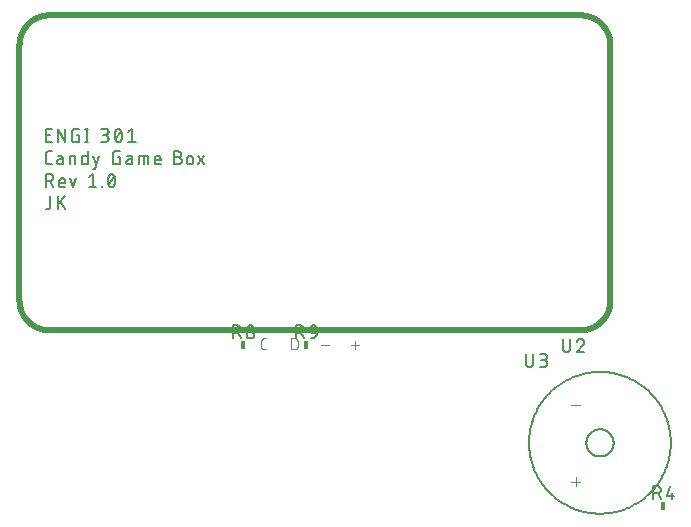
<source format=gbr>
G04 EAGLE Gerber RS-274X export*
G75*
%MOMM*%
%FSLAX34Y34*%
%LPD*%
%INSilkscreen Top*%
%IPPOS*%
%AMOC8*
5,1,8,0,0,1.08239X$1,22.5*%
G01*
%ADD10C,0.152400*%
%ADD11C,0.508000*%
%ADD12C,0.076200*%
%ADD13C,0.127000*%
%ADD14C,0.101600*%
%ADD15R,0.406400X0.711200*%


D10*
X158129Y330962D02*
X153162Y330962D01*
X153162Y342138D01*
X158129Y342138D01*
X156887Y337171D02*
X153162Y337171D01*
X163040Y342138D02*
X163040Y330962D01*
X169249Y330962D02*
X163040Y342138D01*
X169249Y342138D02*
X169249Y330962D01*
X179578Y337171D02*
X181441Y337171D01*
X181441Y330962D01*
X177715Y330962D01*
X177617Y330964D01*
X177520Y330970D01*
X177423Y330979D01*
X177326Y330993D01*
X177230Y331010D01*
X177135Y331031D01*
X177041Y331055D01*
X176947Y331084D01*
X176855Y331116D01*
X176764Y331151D01*
X176675Y331190D01*
X176587Y331233D01*
X176501Y331279D01*
X176417Y331328D01*
X176335Y331381D01*
X176255Y331436D01*
X176177Y331495D01*
X176102Y331557D01*
X176029Y331622D01*
X175959Y331690D01*
X175891Y331760D01*
X175826Y331833D01*
X175764Y331908D01*
X175705Y331986D01*
X175650Y332066D01*
X175597Y332148D01*
X175548Y332232D01*
X175502Y332318D01*
X175459Y332406D01*
X175420Y332495D01*
X175385Y332586D01*
X175353Y332678D01*
X175324Y332772D01*
X175300Y332866D01*
X175279Y332961D01*
X175262Y333057D01*
X175248Y333154D01*
X175239Y333251D01*
X175233Y333348D01*
X175231Y333446D01*
X175232Y333446D02*
X175232Y339654D01*
X175231Y339654D02*
X175233Y339752D01*
X175239Y339849D01*
X175248Y339946D01*
X175262Y340043D01*
X175279Y340139D01*
X175300Y340234D01*
X175324Y340328D01*
X175353Y340422D01*
X175385Y340514D01*
X175420Y340605D01*
X175459Y340694D01*
X175502Y340782D01*
X175548Y340868D01*
X175597Y340952D01*
X175650Y341034D01*
X175705Y341114D01*
X175764Y341192D01*
X175826Y341267D01*
X175891Y341340D01*
X175959Y341410D01*
X176029Y341478D01*
X176102Y341543D01*
X176177Y341605D01*
X176255Y341664D01*
X176335Y341719D01*
X176417Y341772D01*
X176501Y341821D01*
X176587Y341867D01*
X176675Y341910D01*
X176764Y341949D01*
X176855Y341984D01*
X176947Y342016D01*
X177041Y342045D01*
X177135Y342069D01*
X177230Y342090D01*
X177326Y342107D01*
X177423Y342121D01*
X177520Y342130D01*
X177617Y342136D01*
X177715Y342138D01*
X181441Y342138D01*
X187861Y342138D02*
X187861Y330962D01*
X186619Y330962D02*
X189103Y330962D01*
X189103Y342138D02*
X186619Y342138D01*
X199997Y330962D02*
X203101Y330962D01*
X203212Y330964D01*
X203322Y330970D01*
X203433Y330980D01*
X203543Y330994D01*
X203652Y331011D01*
X203761Y331033D01*
X203869Y331058D01*
X203975Y331088D01*
X204081Y331121D01*
X204186Y331158D01*
X204289Y331198D01*
X204390Y331243D01*
X204490Y331290D01*
X204589Y331342D01*
X204685Y331397D01*
X204779Y331455D01*
X204871Y331516D01*
X204961Y331581D01*
X205049Y331649D01*
X205134Y331720D01*
X205216Y331794D01*
X205296Y331871D01*
X205373Y331951D01*
X205447Y332033D01*
X205518Y332118D01*
X205586Y332206D01*
X205651Y332296D01*
X205712Y332388D01*
X205770Y332482D01*
X205825Y332578D01*
X205877Y332677D01*
X205924Y332777D01*
X205969Y332878D01*
X206009Y332981D01*
X206046Y333086D01*
X206079Y333192D01*
X206109Y333298D01*
X206134Y333406D01*
X206156Y333515D01*
X206173Y333624D01*
X206187Y333734D01*
X206197Y333845D01*
X206203Y333955D01*
X206205Y334066D01*
X206203Y334177D01*
X206197Y334287D01*
X206187Y334398D01*
X206173Y334508D01*
X206156Y334617D01*
X206134Y334726D01*
X206109Y334834D01*
X206079Y334940D01*
X206046Y335046D01*
X206009Y335151D01*
X205969Y335254D01*
X205924Y335355D01*
X205877Y335455D01*
X205825Y335554D01*
X205770Y335650D01*
X205712Y335744D01*
X205651Y335836D01*
X205586Y335926D01*
X205518Y336014D01*
X205447Y336099D01*
X205373Y336181D01*
X205296Y336261D01*
X205216Y336338D01*
X205134Y336412D01*
X205049Y336483D01*
X204961Y336551D01*
X204871Y336616D01*
X204779Y336677D01*
X204685Y336735D01*
X204589Y336790D01*
X204490Y336842D01*
X204390Y336889D01*
X204289Y336934D01*
X204186Y336974D01*
X204081Y337011D01*
X203975Y337044D01*
X203869Y337074D01*
X203761Y337099D01*
X203652Y337121D01*
X203543Y337138D01*
X203433Y337152D01*
X203322Y337162D01*
X203212Y337168D01*
X203101Y337170D01*
X203722Y342138D02*
X199997Y342138D01*
X203722Y342138D02*
X203821Y342136D01*
X203919Y342130D01*
X204018Y342120D01*
X204115Y342107D01*
X204213Y342089D01*
X204309Y342068D01*
X204405Y342042D01*
X204499Y342013D01*
X204592Y341981D01*
X204684Y341944D01*
X204774Y341904D01*
X204863Y341860D01*
X204950Y341813D01*
X205035Y341763D01*
X205117Y341709D01*
X205198Y341652D01*
X205276Y341592D01*
X205352Y341528D01*
X205425Y341462D01*
X205496Y341393D01*
X205564Y341321D01*
X205628Y341246D01*
X205690Y341169D01*
X205749Y341090D01*
X205804Y341008D01*
X205857Y340924D01*
X205905Y340839D01*
X205951Y340751D01*
X205993Y340661D01*
X206031Y340570D01*
X206065Y340478D01*
X206096Y340384D01*
X206123Y340289D01*
X206147Y340193D01*
X206166Y340096D01*
X206182Y339999D01*
X206194Y339901D01*
X206202Y339802D01*
X206206Y339703D01*
X206206Y339605D01*
X206202Y339506D01*
X206194Y339407D01*
X206182Y339309D01*
X206166Y339212D01*
X206147Y339115D01*
X206123Y339019D01*
X206096Y338924D01*
X206065Y338830D01*
X206031Y338738D01*
X205993Y338647D01*
X205951Y338557D01*
X205905Y338469D01*
X205857Y338384D01*
X205804Y338300D01*
X205749Y338218D01*
X205690Y338139D01*
X205628Y338062D01*
X205564Y337987D01*
X205496Y337915D01*
X205425Y337846D01*
X205352Y337780D01*
X205276Y337716D01*
X205198Y337656D01*
X205117Y337599D01*
X205035Y337545D01*
X204950Y337495D01*
X204863Y337448D01*
X204774Y337404D01*
X204684Y337364D01*
X204592Y337327D01*
X204499Y337295D01*
X204405Y337266D01*
X204309Y337240D01*
X204213Y337219D01*
X204115Y337201D01*
X204018Y337188D01*
X203919Y337178D01*
X203821Y337172D01*
X203722Y337170D01*
X203722Y337171D02*
X201238Y337171D01*
X211427Y336550D02*
X211430Y336770D01*
X211437Y336990D01*
X211451Y337209D01*
X211469Y337428D01*
X211493Y337647D01*
X211521Y337865D01*
X211555Y338082D01*
X211594Y338298D01*
X211639Y338514D01*
X211688Y338728D01*
X211743Y338941D01*
X211802Y339153D01*
X211867Y339363D01*
X211937Y339571D01*
X212011Y339778D01*
X212091Y339983D01*
X212175Y340186D01*
X212264Y340387D01*
X212358Y340586D01*
X212391Y340675D01*
X212427Y340763D01*
X212467Y340849D01*
X212510Y340934D01*
X212557Y341016D01*
X212608Y341097D01*
X212661Y341175D01*
X212718Y341251D01*
X212778Y341325D01*
X212841Y341396D01*
X212906Y341465D01*
X212975Y341531D01*
X213046Y341593D01*
X213120Y341653D01*
X213196Y341710D01*
X213274Y341764D01*
X213355Y341814D01*
X213437Y341861D01*
X213522Y341904D01*
X213608Y341944D01*
X213696Y341981D01*
X213785Y342013D01*
X213875Y342042D01*
X213967Y342068D01*
X214059Y342089D01*
X214153Y342107D01*
X214247Y342120D01*
X214341Y342130D01*
X214436Y342136D01*
X214531Y342138D01*
X214626Y342136D01*
X214721Y342130D01*
X214815Y342120D01*
X214909Y342107D01*
X215003Y342089D01*
X215095Y342068D01*
X215187Y342042D01*
X215277Y342013D01*
X215366Y341981D01*
X215454Y341944D01*
X215540Y341904D01*
X215625Y341861D01*
X215707Y341814D01*
X215788Y341764D01*
X215866Y341710D01*
X215942Y341653D01*
X216016Y341593D01*
X216087Y341531D01*
X216156Y341465D01*
X216221Y341396D01*
X216284Y341325D01*
X216344Y341251D01*
X216401Y341175D01*
X216454Y341097D01*
X216505Y341016D01*
X216552Y340933D01*
X216595Y340849D01*
X216635Y340763D01*
X216671Y340675D01*
X216704Y340586D01*
X216705Y340586D02*
X216799Y340387D01*
X216888Y340186D01*
X216972Y339983D01*
X217052Y339778D01*
X217126Y339571D01*
X217196Y339363D01*
X217261Y339153D01*
X217320Y338941D01*
X217375Y338728D01*
X217424Y338514D01*
X217469Y338298D01*
X217508Y338082D01*
X217542Y337865D01*
X217570Y337647D01*
X217594Y337428D01*
X217612Y337209D01*
X217626Y336990D01*
X217633Y336770D01*
X217636Y336550D01*
X211427Y336550D02*
X211430Y336330D01*
X211437Y336110D01*
X211451Y335891D01*
X211469Y335672D01*
X211493Y335453D01*
X211521Y335235D01*
X211555Y335018D01*
X211594Y334802D01*
X211639Y334586D01*
X211688Y334372D01*
X211743Y334159D01*
X211802Y333948D01*
X211867Y333737D01*
X211937Y333529D01*
X212011Y333322D01*
X212091Y333117D01*
X212175Y332914D01*
X212264Y332713D01*
X212358Y332514D01*
X212391Y332425D01*
X212427Y332337D01*
X212467Y332251D01*
X212510Y332166D01*
X212557Y332084D01*
X212608Y332003D01*
X212661Y331925D01*
X212718Y331849D01*
X212778Y331775D01*
X212841Y331704D01*
X212906Y331635D01*
X212975Y331569D01*
X213046Y331507D01*
X213120Y331447D01*
X213196Y331390D01*
X213274Y331336D01*
X213355Y331286D01*
X213437Y331239D01*
X213522Y331196D01*
X213608Y331156D01*
X213696Y331119D01*
X213785Y331087D01*
X213875Y331058D01*
X213967Y331032D01*
X214059Y331011D01*
X214153Y330993D01*
X214247Y330980D01*
X214341Y330970D01*
X214436Y330964D01*
X214531Y330962D01*
X216705Y332514D02*
X216799Y332713D01*
X216888Y332914D01*
X216972Y333117D01*
X217052Y333322D01*
X217126Y333529D01*
X217196Y333737D01*
X217261Y333947D01*
X217320Y334159D01*
X217375Y334372D01*
X217424Y334586D01*
X217469Y334802D01*
X217508Y335018D01*
X217542Y335235D01*
X217570Y335453D01*
X217594Y335672D01*
X217612Y335891D01*
X217626Y336110D01*
X217633Y336330D01*
X217636Y336550D01*
X216704Y332514D02*
X216671Y332425D01*
X216635Y332337D01*
X216595Y332251D01*
X216552Y332166D01*
X216505Y332084D01*
X216454Y332003D01*
X216401Y331925D01*
X216344Y331849D01*
X216284Y331775D01*
X216221Y331704D01*
X216156Y331635D01*
X216087Y331569D01*
X216016Y331507D01*
X215942Y331447D01*
X215866Y331390D01*
X215788Y331336D01*
X215707Y331286D01*
X215625Y331239D01*
X215540Y331196D01*
X215454Y331156D01*
X215366Y331119D01*
X215277Y331087D01*
X215187Y331058D01*
X215095Y331032D01*
X215003Y331011D01*
X214909Y330993D01*
X214815Y330980D01*
X214721Y330970D01*
X214626Y330964D01*
X214531Y330962D01*
X212048Y333446D02*
X217015Y339654D01*
X222857Y339654D02*
X225961Y342138D01*
X225961Y330962D01*
X222857Y330962D02*
X229066Y330962D01*
X158129Y311912D02*
X155646Y311912D01*
X155548Y311914D01*
X155451Y311920D01*
X155354Y311929D01*
X155257Y311943D01*
X155161Y311960D01*
X155066Y311981D01*
X154972Y312005D01*
X154878Y312034D01*
X154786Y312066D01*
X154695Y312101D01*
X154606Y312140D01*
X154518Y312183D01*
X154432Y312229D01*
X154348Y312278D01*
X154266Y312331D01*
X154186Y312386D01*
X154108Y312445D01*
X154033Y312507D01*
X153960Y312572D01*
X153890Y312640D01*
X153822Y312710D01*
X153757Y312783D01*
X153695Y312858D01*
X153636Y312936D01*
X153581Y313016D01*
X153528Y313098D01*
X153479Y313182D01*
X153433Y313268D01*
X153390Y313356D01*
X153351Y313445D01*
X153316Y313536D01*
X153284Y313628D01*
X153255Y313722D01*
X153231Y313816D01*
X153210Y313911D01*
X153193Y314007D01*
X153179Y314104D01*
X153170Y314201D01*
X153164Y314298D01*
X153162Y314396D01*
X153162Y320604D01*
X153164Y320702D01*
X153170Y320799D01*
X153179Y320896D01*
X153193Y320993D01*
X153210Y321089D01*
X153231Y321184D01*
X153255Y321278D01*
X153284Y321372D01*
X153316Y321464D01*
X153351Y321555D01*
X153390Y321644D01*
X153433Y321732D01*
X153479Y321818D01*
X153528Y321902D01*
X153581Y321984D01*
X153636Y322064D01*
X153695Y322142D01*
X153757Y322217D01*
X153822Y322290D01*
X153890Y322360D01*
X153960Y322428D01*
X154033Y322493D01*
X154108Y322555D01*
X154186Y322614D01*
X154266Y322669D01*
X154348Y322722D01*
X154432Y322771D01*
X154518Y322817D01*
X154606Y322860D01*
X154695Y322899D01*
X154786Y322934D01*
X154878Y322966D01*
X154972Y322995D01*
X155066Y323019D01*
X155161Y323040D01*
X155257Y323057D01*
X155354Y323071D01*
X155451Y323080D01*
X155548Y323086D01*
X155646Y323088D01*
X158129Y323088D01*
X164687Y316258D02*
X167481Y316258D01*
X164687Y316258D02*
X164595Y316256D01*
X164503Y316250D01*
X164411Y316240D01*
X164320Y316227D01*
X164229Y316209D01*
X164139Y316188D01*
X164051Y316163D01*
X163963Y316134D01*
X163877Y316101D01*
X163792Y316065D01*
X163709Y316025D01*
X163627Y315982D01*
X163548Y315935D01*
X163470Y315885D01*
X163395Y315832D01*
X163322Y315776D01*
X163251Y315716D01*
X163183Y315654D01*
X163118Y315589D01*
X163056Y315521D01*
X162996Y315450D01*
X162940Y315377D01*
X162887Y315302D01*
X162837Y315224D01*
X162790Y315145D01*
X162747Y315063D01*
X162707Y314980D01*
X162671Y314895D01*
X162638Y314809D01*
X162609Y314721D01*
X162584Y314633D01*
X162563Y314543D01*
X162545Y314452D01*
X162532Y314361D01*
X162522Y314269D01*
X162516Y314177D01*
X162514Y314085D01*
X162516Y313993D01*
X162522Y313901D01*
X162532Y313809D01*
X162545Y313718D01*
X162563Y313627D01*
X162584Y313537D01*
X162609Y313449D01*
X162638Y313361D01*
X162671Y313275D01*
X162707Y313190D01*
X162747Y313107D01*
X162790Y313025D01*
X162837Y312946D01*
X162887Y312868D01*
X162940Y312793D01*
X162996Y312720D01*
X163056Y312649D01*
X163118Y312581D01*
X163183Y312516D01*
X163251Y312454D01*
X163322Y312394D01*
X163395Y312338D01*
X163470Y312285D01*
X163548Y312235D01*
X163627Y312188D01*
X163709Y312145D01*
X163792Y312105D01*
X163877Y312069D01*
X163963Y312036D01*
X164051Y312007D01*
X164139Y311982D01*
X164229Y311961D01*
X164320Y311943D01*
X164411Y311930D01*
X164503Y311920D01*
X164595Y311914D01*
X164687Y311912D01*
X167481Y311912D01*
X167481Y317500D01*
X167479Y317584D01*
X167474Y317667D01*
X167464Y317750D01*
X167451Y317833D01*
X167434Y317915D01*
X167414Y317996D01*
X167390Y318076D01*
X167362Y318155D01*
X167331Y318232D01*
X167297Y318308D01*
X167259Y318383D01*
X167217Y318456D01*
X167173Y318526D01*
X167125Y318595D01*
X167075Y318662D01*
X167021Y318726D01*
X166965Y318787D01*
X166905Y318847D01*
X166844Y318903D01*
X166780Y318957D01*
X166713Y319007D01*
X166644Y319055D01*
X166574Y319099D01*
X166501Y319141D01*
X166426Y319179D01*
X166350Y319213D01*
X166273Y319244D01*
X166194Y319272D01*
X166114Y319296D01*
X166033Y319316D01*
X165951Y319333D01*
X165868Y319346D01*
X165785Y319356D01*
X165702Y319361D01*
X165618Y319363D01*
X163135Y319363D01*
X173255Y319363D02*
X173255Y311912D01*
X173255Y319363D02*
X176360Y319363D01*
X176444Y319361D01*
X176527Y319356D01*
X176610Y319346D01*
X176693Y319333D01*
X176775Y319316D01*
X176856Y319296D01*
X176936Y319272D01*
X177015Y319244D01*
X177092Y319213D01*
X177168Y319179D01*
X177243Y319141D01*
X177316Y319099D01*
X177386Y319055D01*
X177455Y319007D01*
X177522Y318957D01*
X177586Y318903D01*
X177647Y318847D01*
X177707Y318787D01*
X177763Y318726D01*
X177817Y318662D01*
X177867Y318595D01*
X177915Y318526D01*
X177959Y318456D01*
X178001Y318383D01*
X178039Y318308D01*
X178073Y318232D01*
X178104Y318155D01*
X178132Y318076D01*
X178156Y317996D01*
X178176Y317915D01*
X178193Y317833D01*
X178206Y317750D01*
X178216Y317667D01*
X178221Y317584D01*
X178223Y317500D01*
X178222Y317500D02*
X178222Y311912D01*
X188436Y311912D02*
X188436Y323088D01*
X188436Y311912D02*
X185331Y311912D01*
X185247Y311914D01*
X185164Y311919D01*
X185081Y311929D01*
X184998Y311942D01*
X184916Y311959D01*
X184835Y311979D01*
X184755Y312003D01*
X184676Y312031D01*
X184599Y312062D01*
X184523Y312096D01*
X184448Y312134D01*
X184375Y312176D01*
X184305Y312220D01*
X184236Y312268D01*
X184169Y312318D01*
X184105Y312372D01*
X184044Y312428D01*
X183984Y312488D01*
X183928Y312549D01*
X183874Y312613D01*
X183824Y312680D01*
X183776Y312749D01*
X183732Y312819D01*
X183690Y312892D01*
X183652Y312967D01*
X183618Y313043D01*
X183587Y313120D01*
X183559Y313199D01*
X183535Y313279D01*
X183515Y313360D01*
X183498Y313442D01*
X183485Y313525D01*
X183475Y313608D01*
X183470Y313691D01*
X183468Y313775D01*
X183469Y313775D02*
X183469Y317500D01*
X183468Y317500D02*
X183470Y317584D01*
X183476Y317667D01*
X183485Y317750D01*
X183498Y317833D01*
X183515Y317915D01*
X183535Y317996D01*
X183559Y318076D01*
X183587Y318155D01*
X183618Y318232D01*
X183652Y318308D01*
X183690Y318383D01*
X183732Y318456D01*
X183776Y318526D01*
X183824Y318595D01*
X183874Y318662D01*
X183928Y318726D01*
X183984Y318787D01*
X184044Y318847D01*
X184105Y318903D01*
X184169Y318957D01*
X184236Y319007D01*
X184305Y319055D01*
X184375Y319099D01*
X184448Y319141D01*
X184523Y319179D01*
X184599Y319213D01*
X184676Y319244D01*
X184755Y319272D01*
X184835Y319296D01*
X184916Y319316D01*
X184998Y319333D01*
X185081Y319346D01*
X185164Y319356D01*
X185247Y319361D01*
X185331Y319363D01*
X188436Y319363D01*
X193448Y308187D02*
X194690Y308187D01*
X198415Y319363D01*
X193448Y319363D02*
X195932Y311912D01*
X213938Y318121D02*
X215800Y318121D01*
X215800Y311912D01*
X212075Y311912D01*
X211977Y311914D01*
X211880Y311920D01*
X211783Y311929D01*
X211686Y311943D01*
X211590Y311960D01*
X211495Y311981D01*
X211401Y312005D01*
X211307Y312034D01*
X211215Y312066D01*
X211124Y312101D01*
X211035Y312140D01*
X210947Y312183D01*
X210861Y312229D01*
X210777Y312278D01*
X210695Y312331D01*
X210615Y312386D01*
X210537Y312445D01*
X210462Y312507D01*
X210389Y312572D01*
X210319Y312640D01*
X210251Y312710D01*
X210186Y312783D01*
X210124Y312858D01*
X210065Y312936D01*
X210010Y313016D01*
X209957Y313098D01*
X209908Y313182D01*
X209862Y313268D01*
X209819Y313356D01*
X209780Y313445D01*
X209745Y313536D01*
X209713Y313628D01*
X209684Y313722D01*
X209660Y313816D01*
X209639Y313911D01*
X209622Y314007D01*
X209608Y314104D01*
X209599Y314201D01*
X209593Y314298D01*
X209591Y314396D01*
X209591Y320604D01*
X209593Y320702D01*
X209599Y320799D01*
X209608Y320896D01*
X209622Y320993D01*
X209639Y321089D01*
X209660Y321184D01*
X209684Y321278D01*
X209713Y321372D01*
X209745Y321464D01*
X209780Y321555D01*
X209819Y321644D01*
X209862Y321732D01*
X209908Y321818D01*
X209957Y321902D01*
X210010Y321984D01*
X210065Y322064D01*
X210124Y322142D01*
X210186Y322217D01*
X210251Y322290D01*
X210319Y322360D01*
X210389Y322428D01*
X210462Y322493D01*
X210537Y322555D01*
X210615Y322614D01*
X210695Y322669D01*
X210777Y322722D01*
X210861Y322771D01*
X210947Y322817D01*
X211035Y322860D01*
X211124Y322899D01*
X211215Y322934D01*
X211307Y322966D01*
X211401Y322995D01*
X211495Y323019D01*
X211590Y323040D01*
X211686Y323057D01*
X211783Y323071D01*
X211880Y323080D01*
X211977Y323086D01*
X212075Y323088D01*
X215800Y323088D01*
X223361Y316258D02*
X226155Y316258D01*
X223361Y316258D02*
X223269Y316256D01*
X223177Y316250D01*
X223085Y316240D01*
X222994Y316227D01*
X222903Y316209D01*
X222813Y316188D01*
X222725Y316163D01*
X222637Y316134D01*
X222551Y316101D01*
X222466Y316065D01*
X222383Y316025D01*
X222301Y315982D01*
X222222Y315935D01*
X222144Y315885D01*
X222069Y315832D01*
X221996Y315776D01*
X221925Y315716D01*
X221857Y315654D01*
X221792Y315589D01*
X221730Y315521D01*
X221670Y315450D01*
X221614Y315377D01*
X221561Y315302D01*
X221511Y315224D01*
X221464Y315145D01*
X221421Y315063D01*
X221381Y314980D01*
X221345Y314895D01*
X221312Y314809D01*
X221283Y314721D01*
X221258Y314633D01*
X221237Y314543D01*
X221219Y314452D01*
X221206Y314361D01*
X221196Y314269D01*
X221190Y314177D01*
X221188Y314085D01*
X221190Y313993D01*
X221196Y313901D01*
X221206Y313809D01*
X221219Y313718D01*
X221237Y313627D01*
X221258Y313537D01*
X221283Y313449D01*
X221312Y313361D01*
X221345Y313275D01*
X221381Y313190D01*
X221421Y313107D01*
X221464Y313025D01*
X221511Y312946D01*
X221561Y312868D01*
X221614Y312793D01*
X221670Y312720D01*
X221730Y312649D01*
X221792Y312581D01*
X221857Y312516D01*
X221925Y312454D01*
X221996Y312394D01*
X222069Y312338D01*
X222144Y312285D01*
X222222Y312235D01*
X222301Y312188D01*
X222383Y312145D01*
X222466Y312105D01*
X222551Y312069D01*
X222637Y312036D01*
X222725Y312007D01*
X222813Y311982D01*
X222903Y311961D01*
X222994Y311943D01*
X223085Y311930D01*
X223177Y311920D01*
X223269Y311914D01*
X223361Y311912D01*
X226155Y311912D01*
X226155Y317500D01*
X226153Y317584D01*
X226148Y317667D01*
X226138Y317750D01*
X226125Y317833D01*
X226108Y317915D01*
X226088Y317996D01*
X226064Y318076D01*
X226036Y318155D01*
X226005Y318232D01*
X225971Y318308D01*
X225933Y318383D01*
X225891Y318456D01*
X225847Y318526D01*
X225799Y318595D01*
X225749Y318662D01*
X225695Y318726D01*
X225639Y318787D01*
X225579Y318847D01*
X225518Y318903D01*
X225454Y318957D01*
X225387Y319007D01*
X225318Y319055D01*
X225248Y319099D01*
X225175Y319141D01*
X225100Y319179D01*
X225024Y319213D01*
X224947Y319244D01*
X224868Y319272D01*
X224788Y319296D01*
X224707Y319316D01*
X224625Y319333D01*
X224542Y319346D01*
X224459Y319356D01*
X224376Y319361D01*
X224292Y319363D01*
X221808Y319363D01*
X232211Y319363D02*
X232211Y311912D01*
X232211Y319363D02*
X237799Y319363D01*
X237883Y319361D01*
X237966Y319356D01*
X238049Y319346D01*
X238132Y319333D01*
X238214Y319316D01*
X238295Y319296D01*
X238375Y319272D01*
X238454Y319244D01*
X238531Y319213D01*
X238607Y319179D01*
X238682Y319141D01*
X238755Y319099D01*
X238825Y319055D01*
X238894Y319007D01*
X238961Y318957D01*
X239025Y318903D01*
X239086Y318847D01*
X239146Y318787D01*
X239202Y318726D01*
X239256Y318662D01*
X239306Y318595D01*
X239354Y318526D01*
X239398Y318456D01*
X239440Y318383D01*
X239478Y318308D01*
X239512Y318232D01*
X239543Y318155D01*
X239571Y318076D01*
X239595Y317996D01*
X239615Y317915D01*
X239632Y317833D01*
X239645Y317750D01*
X239655Y317667D01*
X239660Y317584D01*
X239662Y317500D01*
X239662Y311912D01*
X235937Y311912D02*
X235937Y319363D01*
X247127Y311912D02*
X250231Y311912D01*
X247127Y311912D02*
X247043Y311914D01*
X246960Y311919D01*
X246877Y311929D01*
X246794Y311942D01*
X246712Y311959D01*
X246631Y311979D01*
X246551Y312003D01*
X246472Y312031D01*
X246395Y312062D01*
X246319Y312096D01*
X246244Y312134D01*
X246171Y312176D01*
X246101Y312220D01*
X246032Y312268D01*
X245965Y312318D01*
X245901Y312372D01*
X245840Y312428D01*
X245780Y312488D01*
X245724Y312549D01*
X245670Y312613D01*
X245620Y312680D01*
X245572Y312749D01*
X245528Y312819D01*
X245486Y312892D01*
X245448Y312967D01*
X245414Y313043D01*
X245383Y313120D01*
X245355Y313199D01*
X245331Y313279D01*
X245311Y313360D01*
X245294Y313442D01*
X245281Y313525D01*
X245271Y313608D01*
X245266Y313691D01*
X245264Y313775D01*
X245264Y316879D01*
X245266Y316978D01*
X245272Y317076D01*
X245282Y317175D01*
X245295Y317272D01*
X245313Y317370D01*
X245334Y317466D01*
X245360Y317562D01*
X245389Y317656D01*
X245421Y317749D01*
X245458Y317841D01*
X245498Y317931D01*
X245542Y318020D01*
X245589Y318107D01*
X245639Y318192D01*
X245693Y318274D01*
X245750Y318355D01*
X245810Y318433D01*
X245874Y318509D01*
X245940Y318582D01*
X246009Y318653D01*
X246081Y318721D01*
X246156Y318785D01*
X246233Y318847D01*
X246312Y318906D01*
X246394Y318961D01*
X246478Y319014D01*
X246563Y319062D01*
X246651Y319108D01*
X246741Y319150D01*
X246832Y319188D01*
X246924Y319222D01*
X247018Y319253D01*
X247113Y319280D01*
X247209Y319304D01*
X247306Y319323D01*
X247403Y319339D01*
X247501Y319351D01*
X247600Y319359D01*
X247699Y319363D01*
X247797Y319363D01*
X247896Y319359D01*
X247995Y319351D01*
X248093Y319339D01*
X248190Y319323D01*
X248287Y319304D01*
X248383Y319280D01*
X248478Y319253D01*
X248572Y319222D01*
X248664Y319188D01*
X248755Y319150D01*
X248845Y319108D01*
X248933Y319062D01*
X249018Y319014D01*
X249102Y318961D01*
X249184Y318906D01*
X249263Y318847D01*
X249340Y318785D01*
X249415Y318721D01*
X249487Y318653D01*
X249556Y318582D01*
X249622Y318509D01*
X249686Y318433D01*
X249746Y318355D01*
X249803Y318274D01*
X249857Y318192D01*
X249907Y318107D01*
X249954Y318020D01*
X249998Y317931D01*
X250038Y317841D01*
X250075Y317749D01*
X250107Y317656D01*
X250136Y317562D01*
X250162Y317466D01*
X250183Y317370D01*
X250201Y317272D01*
X250214Y317175D01*
X250224Y317076D01*
X250230Y316978D01*
X250232Y316879D01*
X250231Y316879D02*
X250231Y315637D01*
X245264Y315637D01*
X262000Y318121D02*
X265104Y318121D01*
X265104Y318120D02*
X265215Y318118D01*
X265325Y318112D01*
X265436Y318102D01*
X265546Y318088D01*
X265655Y318071D01*
X265764Y318049D01*
X265872Y318024D01*
X265978Y317994D01*
X266084Y317961D01*
X266189Y317924D01*
X266292Y317884D01*
X266393Y317839D01*
X266493Y317792D01*
X266592Y317740D01*
X266688Y317685D01*
X266782Y317627D01*
X266874Y317566D01*
X266964Y317501D01*
X267052Y317433D01*
X267137Y317362D01*
X267219Y317288D01*
X267299Y317211D01*
X267376Y317131D01*
X267450Y317049D01*
X267521Y316964D01*
X267589Y316876D01*
X267654Y316786D01*
X267715Y316694D01*
X267773Y316600D01*
X267828Y316504D01*
X267880Y316405D01*
X267927Y316305D01*
X267972Y316204D01*
X268012Y316101D01*
X268049Y315996D01*
X268082Y315890D01*
X268112Y315784D01*
X268137Y315676D01*
X268159Y315567D01*
X268176Y315458D01*
X268190Y315348D01*
X268200Y315237D01*
X268206Y315127D01*
X268208Y315016D01*
X268206Y314905D01*
X268200Y314795D01*
X268190Y314684D01*
X268176Y314574D01*
X268159Y314465D01*
X268137Y314356D01*
X268112Y314248D01*
X268082Y314142D01*
X268049Y314036D01*
X268012Y313931D01*
X267972Y313828D01*
X267927Y313727D01*
X267880Y313627D01*
X267828Y313528D01*
X267773Y313432D01*
X267715Y313338D01*
X267654Y313246D01*
X267589Y313156D01*
X267521Y313068D01*
X267450Y312983D01*
X267376Y312901D01*
X267299Y312821D01*
X267219Y312744D01*
X267137Y312670D01*
X267052Y312599D01*
X266964Y312531D01*
X266874Y312466D01*
X266782Y312405D01*
X266688Y312347D01*
X266592Y312292D01*
X266493Y312240D01*
X266393Y312193D01*
X266292Y312148D01*
X266189Y312108D01*
X266084Y312071D01*
X265978Y312038D01*
X265872Y312008D01*
X265764Y311983D01*
X265655Y311961D01*
X265546Y311944D01*
X265436Y311930D01*
X265325Y311920D01*
X265215Y311914D01*
X265104Y311912D01*
X262000Y311912D01*
X262000Y323088D01*
X265104Y323088D01*
X265203Y323086D01*
X265301Y323080D01*
X265400Y323070D01*
X265497Y323057D01*
X265595Y323039D01*
X265691Y323018D01*
X265787Y322992D01*
X265881Y322963D01*
X265974Y322931D01*
X266066Y322894D01*
X266156Y322854D01*
X266245Y322810D01*
X266332Y322763D01*
X266417Y322713D01*
X266499Y322659D01*
X266580Y322602D01*
X266658Y322542D01*
X266734Y322478D01*
X266807Y322412D01*
X266878Y322343D01*
X266946Y322271D01*
X267010Y322196D01*
X267072Y322119D01*
X267131Y322040D01*
X267186Y321958D01*
X267239Y321874D01*
X267287Y321789D01*
X267333Y321701D01*
X267375Y321611D01*
X267413Y321520D01*
X267447Y321428D01*
X267478Y321334D01*
X267505Y321239D01*
X267529Y321143D01*
X267548Y321046D01*
X267564Y320949D01*
X267576Y320851D01*
X267584Y320752D01*
X267588Y320653D01*
X267588Y320555D01*
X267584Y320456D01*
X267576Y320357D01*
X267564Y320259D01*
X267548Y320162D01*
X267529Y320065D01*
X267505Y319969D01*
X267478Y319874D01*
X267447Y319780D01*
X267413Y319688D01*
X267375Y319597D01*
X267333Y319507D01*
X267287Y319419D01*
X267239Y319334D01*
X267186Y319250D01*
X267131Y319168D01*
X267072Y319089D01*
X267010Y319012D01*
X266946Y318937D01*
X266878Y318865D01*
X266807Y318796D01*
X266734Y318730D01*
X266658Y318666D01*
X266580Y318606D01*
X266499Y318549D01*
X266417Y318495D01*
X266332Y318445D01*
X266245Y318398D01*
X266156Y318354D01*
X266066Y318314D01*
X265974Y318277D01*
X265881Y318245D01*
X265787Y318216D01*
X265691Y318190D01*
X265595Y318169D01*
X265497Y318151D01*
X265400Y318138D01*
X265301Y318128D01*
X265203Y318122D01*
X265104Y318120D01*
X272696Y316879D02*
X272696Y314396D01*
X272696Y316879D02*
X272698Y316978D01*
X272704Y317076D01*
X272714Y317175D01*
X272727Y317272D01*
X272745Y317370D01*
X272766Y317466D01*
X272792Y317562D01*
X272821Y317656D01*
X272853Y317749D01*
X272890Y317841D01*
X272930Y317931D01*
X272974Y318020D01*
X273021Y318107D01*
X273071Y318192D01*
X273125Y318274D01*
X273182Y318355D01*
X273242Y318433D01*
X273306Y318509D01*
X273372Y318582D01*
X273441Y318653D01*
X273513Y318721D01*
X273588Y318785D01*
X273665Y318847D01*
X273744Y318906D01*
X273826Y318961D01*
X273910Y319014D01*
X273995Y319062D01*
X274083Y319108D01*
X274173Y319150D01*
X274264Y319188D01*
X274356Y319222D01*
X274450Y319253D01*
X274545Y319280D01*
X274641Y319304D01*
X274738Y319323D01*
X274835Y319339D01*
X274933Y319351D01*
X275032Y319359D01*
X275131Y319363D01*
X275229Y319363D01*
X275328Y319359D01*
X275427Y319351D01*
X275525Y319339D01*
X275622Y319323D01*
X275719Y319304D01*
X275815Y319280D01*
X275910Y319253D01*
X276004Y319222D01*
X276096Y319188D01*
X276187Y319150D01*
X276277Y319108D01*
X276365Y319062D01*
X276450Y319014D01*
X276534Y318961D01*
X276616Y318906D01*
X276695Y318847D01*
X276772Y318785D01*
X276847Y318721D01*
X276919Y318653D01*
X276988Y318582D01*
X277054Y318509D01*
X277118Y318433D01*
X277178Y318355D01*
X277235Y318274D01*
X277289Y318192D01*
X277339Y318107D01*
X277386Y318020D01*
X277430Y317931D01*
X277470Y317841D01*
X277507Y317749D01*
X277539Y317656D01*
X277568Y317562D01*
X277594Y317466D01*
X277615Y317370D01*
X277633Y317272D01*
X277646Y317175D01*
X277656Y317076D01*
X277662Y316978D01*
X277664Y316879D01*
X277663Y316879D02*
X277663Y314396D01*
X277664Y314396D02*
X277662Y314297D01*
X277656Y314199D01*
X277646Y314100D01*
X277633Y314003D01*
X277615Y313905D01*
X277594Y313809D01*
X277568Y313713D01*
X277539Y313619D01*
X277507Y313526D01*
X277470Y313434D01*
X277430Y313344D01*
X277386Y313255D01*
X277339Y313168D01*
X277289Y313083D01*
X277235Y313001D01*
X277178Y312920D01*
X277118Y312842D01*
X277054Y312766D01*
X276988Y312693D01*
X276919Y312622D01*
X276847Y312554D01*
X276772Y312490D01*
X276695Y312428D01*
X276616Y312369D01*
X276534Y312314D01*
X276450Y312261D01*
X276365Y312213D01*
X276277Y312167D01*
X276187Y312125D01*
X276096Y312087D01*
X276004Y312053D01*
X275910Y312022D01*
X275815Y311995D01*
X275719Y311971D01*
X275622Y311952D01*
X275525Y311936D01*
X275427Y311924D01*
X275328Y311916D01*
X275229Y311912D01*
X275131Y311912D01*
X275032Y311916D01*
X274933Y311924D01*
X274835Y311936D01*
X274738Y311952D01*
X274641Y311971D01*
X274545Y311995D01*
X274450Y312022D01*
X274356Y312053D01*
X274264Y312087D01*
X274173Y312125D01*
X274083Y312167D01*
X273995Y312213D01*
X273910Y312261D01*
X273826Y312314D01*
X273744Y312369D01*
X273665Y312428D01*
X273588Y312490D01*
X273513Y312554D01*
X273441Y312622D01*
X273372Y312693D01*
X273306Y312766D01*
X273242Y312842D01*
X273182Y312920D01*
X273125Y313001D01*
X273071Y313083D01*
X273021Y313168D01*
X272974Y313255D01*
X272930Y313344D01*
X272890Y313434D01*
X272853Y313526D01*
X272821Y313619D01*
X272792Y313713D01*
X272766Y313809D01*
X272745Y313905D01*
X272727Y314003D01*
X272714Y314100D01*
X272704Y314199D01*
X272698Y314297D01*
X272696Y314396D01*
X282221Y311912D02*
X287188Y319363D01*
X282221Y319363D02*
X287188Y311912D01*
X153162Y304038D02*
X153162Y292862D01*
X153162Y304038D02*
X156266Y304038D01*
X156377Y304036D01*
X156487Y304030D01*
X156598Y304020D01*
X156708Y304006D01*
X156817Y303989D01*
X156926Y303967D01*
X157034Y303942D01*
X157140Y303912D01*
X157246Y303879D01*
X157351Y303842D01*
X157454Y303802D01*
X157555Y303757D01*
X157655Y303710D01*
X157754Y303658D01*
X157850Y303603D01*
X157944Y303545D01*
X158036Y303484D01*
X158126Y303419D01*
X158214Y303351D01*
X158299Y303280D01*
X158381Y303206D01*
X158461Y303129D01*
X158538Y303049D01*
X158612Y302967D01*
X158683Y302882D01*
X158751Y302794D01*
X158816Y302704D01*
X158877Y302612D01*
X158935Y302518D01*
X158990Y302422D01*
X159042Y302323D01*
X159089Y302223D01*
X159134Y302122D01*
X159174Y302019D01*
X159211Y301914D01*
X159244Y301808D01*
X159274Y301702D01*
X159299Y301594D01*
X159321Y301485D01*
X159338Y301376D01*
X159352Y301266D01*
X159362Y301155D01*
X159368Y301045D01*
X159370Y300934D01*
X159368Y300823D01*
X159362Y300713D01*
X159352Y300602D01*
X159338Y300492D01*
X159321Y300383D01*
X159299Y300274D01*
X159274Y300166D01*
X159244Y300060D01*
X159211Y299954D01*
X159174Y299849D01*
X159134Y299746D01*
X159089Y299645D01*
X159042Y299545D01*
X158990Y299446D01*
X158935Y299350D01*
X158877Y299256D01*
X158816Y299164D01*
X158751Y299074D01*
X158683Y298986D01*
X158612Y298901D01*
X158538Y298819D01*
X158461Y298739D01*
X158381Y298662D01*
X158299Y298588D01*
X158214Y298517D01*
X158126Y298449D01*
X158036Y298384D01*
X157944Y298323D01*
X157850Y298265D01*
X157754Y298210D01*
X157655Y298158D01*
X157555Y298111D01*
X157454Y298066D01*
X157351Y298026D01*
X157246Y297989D01*
X157140Y297956D01*
X157034Y297926D01*
X156926Y297901D01*
X156817Y297879D01*
X156708Y297862D01*
X156598Y297848D01*
X156487Y297838D01*
X156377Y297832D01*
X156266Y297830D01*
X156266Y297829D02*
X153162Y297829D01*
X156887Y297829D02*
X159371Y292862D01*
X166222Y292862D02*
X169326Y292862D01*
X166222Y292862D02*
X166138Y292864D01*
X166055Y292869D01*
X165972Y292879D01*
X165889Y292892D01*
X165807Y292909D01*
X165726Y292929D01*
X165646Y292953D01*
X165567Y292981D01*
X165490Y293012D01*
X165414Y293046D01*
X165339Y293084D01*
X165266Y293126D01*
X165196Y293170D01*
X165127Y293218D01*
X165060Y293268D01*
X164996Y293322D01*
X164935Y293378D01*
X164875Y293438D01*
X164819Y293499D01*
X164765Y293563D01*
X164715Y293630D01*
X164667Y293699D01*
X164623Y293769D01*
X164581Y293842D01*
X164543Y293917D01*
X164509Y293993D01*
X164478Y294070D01*
X164450Y294149D01*
X164426Y294229D01*
X164406Y294310D01*
X164389Y294392D01*
X164376Y294475D01*
X164366Y294558D01*
X164361Y294641D01*
X164359Y294725D01*
X164359Y297829D01*
X164358Y297829D02*
X164360Y297928D01*
X164366Y298026D01*
X164376Y298125D01*
X164389Y298222D01*
X164407Y298320D01*
X164428Y298416D01*
X164454Y298512D01*
X164483Y298606D01*
X164515Y298699D01*
X164552Y298791D01*
X164592Y298881D01*
X164636Y298970D01*
X164683Y299057D01*
X164733Y299142D01*
X164787Y299224D01*
X164844Y299305D01*
X164904Y299383D01*
X164968Y299459D01*
X165034Y299532D01*
X165103Y299603D01*
X165175Y299671D01*
X165250Y299735D01*
X165327Y299797D01*
X165406Y299856D01*
X165488Y299911D01*
X165572Y299964D01*
X165657Y300012D01*
X165745Y300058D01*
X165835Y300100D01*
X165926Y300138D01*
X166018Y300172D01*
X166112Y300203D01*
X166207Y300230D01*
X166303Y300254D01*
X166400Y300273D01*
X166497Y300289D01*
X166595Y300301D01*
X166694Y300309D01*
X166793Y300313D01*
X166891Y300313D01*
X166990Y300309D01*
X167089Y300301D01*
X167187Y300289D01*
X167284Y300273D01*
X167381Y300254D01*
X167477Y300230D01*
X167572Y300203D01*
X167666Y300172D01*
X167758Y300138D01*
X167849Y300100D01*
X167939Y300058D01*
X168027Y300012D01*
X168112Y299964D01*
X168196Y299911D01*
X168278Y299856D01*
X168357Y299797D01*
X168434Y299735D01*
X168509Y299671D01*
X168581Y299603D01*
X168650Y299532D01*
X168716Y299459D01*
X168780Y299383D01*
X168840Y299305D01*
X168897Y299224D01*
X168951Y299142D01*
X169001Y299057D01*
X169048Y298970D01*
X169092Y298881D01*
X169132Y298791D01*
X169169Y298699D01*
X169201Y298606D01*
X169230Y298512D01*
X169256Y298416D01*
X169277Y298320D01*
X169295Y298222D01*
X169308Y298125D01*
X169318Y298026D01*
X169324Y297928D01*
X169326Y297829D01*
X169326Y296587D01*
X164359Y296587D01*
X173884Y300313D02*
X176367Y292862D01*
X178851Y300313D01*
X189646Y301554D02*
X192750Y304038D01*
X192750Y292862D01*
X189646Y292862D02*
X195855Y292862D01*
X200441Y292862D02*
X200441Y293483D01*
X201062Y293483D01*
X201062Y292862D01*
X200441Y292862D01*
X205648Y298450D02*
X205651Y298670D01*
X205658Y298890D01*
X205672Y299109D01*
X205690Y299328D01*
X205714Y299547D01*
X205742Y299765D01*
X205776Y299982D01*
X205815Y300198D01*
X205860Y300414D01*
X205909Y300628D01*
X205964Y300841D01*
X206023Y301053D01*
X206088Y301263D01*
X206158Y301471D01*
X206232Y301678D01*
X206312Y301883D01*
X206396Y302086D01*
X206485Y302287D01*
X206579Y302486D01*
X206612Y302575D01*
X206648Y302663D01*
X206688Y302749D01*
X206731Y302834D01*
X206778Y302916D01*
X206829Y302997D01*
X206882Y303075D01*
X206939Y303151D01*
X206999Y303225D01*
X207062Y303296D01*
X207127Y303365D01*
X207196Y303431D01*
X207267Y303493D01*
X207341Y303553D01*
X207417Y303610D01*
X207495Y303664D01*
X207576Y303714D01*
X207658Y303761D01*
X207743Y303804D01*
X207829Y303844D01*
X207917Y303881D01*
X208006Y303913D01*
X208096Y303942D01*
X208188Y303968D01*
X208280Y303989D01*
X208374Y304007D01*
X208468Y304020D01*
X208562Y304030D01*
X208657Y304036D01*
X208752Y304038D01*
X208847Y304036D01*
X208942Y304030D01*
X209036Y304020D01*
X209130Y304007D01*
X209224Y303989D01*
X209316Y303968D01*
X209408Y303942D01*
X209498Y303913D01*
X209587Y303881D01*
X209675Y303844D01*
X209761Y303804D01*
X209846Y303761D01*
X209928Y303714D01*
X210009Y303664D01*
X210087Y303610D01*
X210163Y303553D01*
X210237Y303493D01*
X210308Y303431D01*
X210377Y303365D01*
X210442Y303296D01*
X210505Y303225D01*
X210565Y303151D01*
X210622Y303075D01*
X210675Y302997D01*
X210726Y302916D01*
X210773Y302833D01*
X210816Y302749D01*
X210856Y302663D01*
X210892Y302575D01*
X210925Y302486D01*
X210926Y302486D02*
X211020Y302287D01*
X211109Y302086D01*
X211193Y301883D01*
X211273Y301678D01*
X211347Y301471D01*
X211417Y301263D01*
X211482Y301053D01*
X211541Y300841D01*
X211596Y300628D01*
X211645Y300414D01*
X211690Y300198D01*
X211729Y299982D01*
X211763Y299765D01*
X211791Y299547D01*
X211815Y299328D01*
X211833Y299109D01*
X211847Y298890D01*
X211854Y298670D01*
X211857Y298450D01*
X205648Y298450D02*
X205651Y298230D01*
X205658Y298010D01*
X205672Y297791D01*
X205690Y297572D01*
X205714Y297353D01*
X205742Y297135D01*
X205776Y296918D01*
X205815Y296702D01*
X205860Y296486D01*
X205909Y296272D01*
X205964Y296059D01*
X206023Y295848D01*
X206088Y295637D01*
X206158Y295429D01*
X206232Y295222D01*
X206312Y295017D01*
X206396Y294814D01*
X206485Y294613D01*
X206579Y294414D01*
X206612Y294325D01*
X206648Y294237D01*
X206688Y294151D01*
X206731Y294066D01*
X206778Y293984D01*
X206829Y293903D01*
X206882Y293825D01*
X206939Y293749D01*
X206999Y293675D01*
X207062Y293604D01*
X207127Y293535D01*
X207196Y293469D01*
X207267Y293407D01*
X207341Y293347D01*
X207417Y293290D01*
X207495Y293236D01*
X207576Y293186D01*
X207658Y293139D01*
X207743Y293096D01*
X207829Y293056D01*
X207917Y293019D01*
X208006Y292987D01*
X208096Y292958D01*
X208188Y292932D01*
X208280Y292911D01*
X208374Y292893D01*
X208468Y292880D01*
X208562Y292870D01*
X208657Y292864D01*
X208752Y292862D01*
X210926Y294414D02*
X211020Y294613D01*
X211109Y294814D01*
X211193Y295017D01*
X211273Y295222D01*
X211347Y295429D01*
X211417Y295637D01*
X211482Y295847D01*
X211541Y296059D01*
X211596Y296272D01*
X211645Y296486D01*
X211690Y296702D01*
X211729Y296918D01*
X211763Y297135D01*
X211791Y297353D01*
X211815Y297572D01*
X211833Y297791D01*
X211847Y298010D01*
X211854Y298230D01*
X211857Y298450D01*
X210925Y294414D02*
X210892Y294325D01*
X210856Y294237D01*
X210816Y294151D01*
X210773Y294066D01*
X210726Y293984D01*
X210675Y293903D01*
X210622Y293825D01*
X210565Y293749D01*
X210505Y293675D01*
X210442Y293604D01*
X210377Y293535D01*
X210308Y293469D01*
X210237Y293407D01*
X210163Y293347D01*
X210087Y293290D01*
X210009Y293236D01*
X209928Y293186D01*
X209846Y293139D01*
X209761Y293096D01*
X209675Y293056D01*
X209587Y293019D01*
X209498Y292987D01*
X209408Y292958D01*
X209316Y292932D01*
X209224Y292911D01*
X209130Y292893D01*
X209036Y292880D01*
X208942Y292870D01*
X208847Y292864D01*
X208752Y292862D01*
X206269Y295346D02*
X211236Y301554D01*
X156887Y284988D02*
X156887Y276296D01*
X156888Y276296D02*
X156886Y276198D01*
X156880Y276101D01*
X156871Y276004D01*
X156857Y275907D01*
X156840Y275811D01*
X156819Y275716D01*
X156795Y275622D01*
X156766Y275528D01*
X156734Y275436D01*
X156699Y275345D01*
X156660Y275256D01*
X156617Y275168D01*
X156571Y275082D01*
X156522Y274998D01*
X156469Y274916D01*
X156414Y274836D01*
X156355Y274758D01*
X156293Y274683D01*
X156228Y274610D01*
X156160Y274540D01*
X156090Y274472D01*
X156017Y274407D01*
X155942Y274345D01*
X155864Y274286D01*
X155784Y274231D01*
X155702Y274178D01*
X155618Y274129D01*
X155532Y274083D01*
X155444Y274040D01*
X155355Y274001D01*
X155264Y273966D01*
X155172Y273934D01*
X155078Y273905D01*
X154984Y273881D01*
X154889Y273860D01*
X154793Y273843D01*
X154696Y273829D01*
X154599Y273820D01*
X154501Y273814D01*
X154404Y273812D01*
X153162Y273812D01*
X163024Y273812D02*
X163024Y284988D01*
X169233Y284988D02*
X163024Y278158D01*
X165508Y280642D02*
X169233Y273812D01*
D11*
X130810Y412750D02*
X130817Y413364D01*
X130840Y413977D01*
X130877Y414590D01*
X130929Y415201D01*
X130995Y415812D01*
X131077Y416420D01*
X131173Y417026D01*
X131283Y417630D01*
X131408Y418231D01*
X131548Y418829D01*
X131702Y419423D01*
X131871Y420013D01*
X132053Y420599D01*
X132250Y421180D01*
X132461Y421757D01*
X132685Y422328D01*
X132923Y422894D01*
X133175Y423454D01*
X133441Y424007D01*
X133719Y424554D01*
X134011Y425094D01*
X134316Y425627D01*
X134634Y426152D01*
X134964Y426670D01*
X135306Y427179D01*
X135661Y427680D01*
X136028Y428172D01*
X136406Y428655D01*
X136796Y429129D01*
X137198Y429593D01*
X137610Y430048D01*
X138034Y430492D01*
X138468Y430926D01*
X138912Y431350D01*
X139367Y431762D01*
X139831Y432164D01*
X140305Y432554D01*
X140788Y432932D01*
X141280Y433299D01*
X141781Y433654D01*
X142290Y433996D01*
X142808Y434326D01*
X143333Y434644D01*
X143866Y434949D01*
X144406Y435241D01*
X144953Y435519D01*
X145506Y435785D01*
X146066Y436037D01*
X146632Y436275D01*
X147203Y436499D01*
X147780Y436710D01*
X148361Y436907D01*
X148947Y437089D01*
X149537Y437258D01*
X150131Y437412D01*
X150729Y437552D01*
X151330Y437677D01*
X151934Y437787D01*
X152540Y437883D01*
X153148Y437965D01*
X153759Y438031D01*
X154370Y438083D01*
X154983Y438120D01*
X155596Y438143D01*
X156210Y438150D01*
X130810Y412750D02*
X130810Y196850D01*
X130817Y196236D01*
X130840Y195623D01*
X130877Y195010D01*
X130929Y194399D01*
X130995Y193788D01*
X131077Y193180D01*
X131173Y192574D01*
X131283Y191970D01*
X131408Y191369D01*
X131548Y190771D01*
X131702Y190177D01*
X131871Y189587D01*
X132053Y189001D01*
X132250Y188420D01*
X132461Y187843D01*
X132685Y187272D01*
X132923Y186706D01*
X133175Y186146D01*
X133441Y185593D01*
X133719Y185046D01*
X134011Y184506D01*
X134316Y183973D01*
X134634Y183448D01*
X134964Y182930D01*
X135306Y182421D01*
X135661Y181920D01*
X136028Y181428D01*
X136406Y180945D01*
X136796Y180471D01*
X137198Y180007D01*
X137610Y179552D01*
X138034Y179108D01*
X138468Y178674D01*
X138912Y178250D01*
X139367Y177838D01*
X139831Y177436D01*
X140305Y177046D01*
X140788Y176668D01*
X141280Y176301D01*
X141781Y175946D01*
X142290Y175604D01*
X142808Y175274D01*
X143333Y174956D01*
X143866Y174651D01*
X144406Y174359D01*
X144953Y174081D01*
X145506Y173815D01*
X146066Y173563D01*
X146632Y173325D01*
X147203Y173101D01*
X147780Y172890D01*
X148361Y172693D01*
X148947Y172511D01*
X149537Y172342D01*
X150131Y172188D01*
X150729Y172048D01*
X151330Y171923D01*
X151934Y171813D01*
X152540Y171717D01*
X153148Y171635D01*
X153759Y171569D01*
X154370Y171517D01*
X154983Y171480D01*
X155596Y171457D01*
X156210Y171450D01*
X605790Y171450D01*
X606404Y171457D01*
X607017Y171480D01*
X607630Y171517D01*
X608241Y171569D01*
X608852Y171635D01*
X609460Y171717D01*
X610066Y171813D01*
X610670Y171923D01*
X611271Y172048D01*
X611869Y172188D01*
X612463Y172342D01*
X613053Y172511D01*
X613639Y172693D01*
X614220Y172890D01*
X614797Y173101D01*
X615368Y173325D01*
X615934Y173563D01*
X616494Y173815D01*
X617047Y174081D01*
X617594Y174359D01*
X618134Y174651D01*
X618667Y174956D01*
X619192Y175274D01*
X619710Y175604D01*
X620219Y175946D01*
X620720Y176301D01*
X621212Y176668D01*
X621695Y177046D01*
X622169Y177436D01*
X622633Y177838D01*
X623088Y178250D01*
X623532Y178674D01*
X623966Y179108D01*
X624390Y179552D01*
X624802Y180007D01*
X625204Y180471D01*
X625594Y180945D01*
X625972Y181428D01*
X626339Y181920D01*
X626694Y182421D01*
X627036Y182930D01*
X627366Y183448D01*
X627684Y183973D01*
X627989Y184506D01*
X628281Y185046D01*
X628559Y185593D01*
X628825Y186146D01*
X629077Y186706D01*
X629315Y187272D01*
X629539Y187843D01*
X629750Y188420D01*
X629947Y189001D01*
X630129Y189587D01*
X630298Y190177D01*
X630452Y190771D01*
X630592Y191369D01*
X630717Y191970D01*
X630827Y192574D01*
X630923Y193180D01*
X631005Y193788D01*
X631071Y194399D01*
X631123Y195010D01*
X631160Y195623D01*
X631183Y196236D01*
X631190Y196850D01*
X631190Y412750D01*
X631183Y413364D01*
X631160Y413977D01*
X631123Y414590D01*
X631071Y415201D01*
X631005Y415812D01*
X630923Y416420D01*
X630827Y417026D01*
X630717Y417630D01*
X630592Y418231D01*
X630452Y418829D01*
X630298Y419423D01*
X630129Y420013D01*
X629947Y420599D01*
X629750Y421180D01*
X629539Y421757D01*
X629315Y422328D01*
X629077Y422894D01*
X628825Y423454D01*
X628559Y424007D01*
X628281Y424554D01*
X627989Y425094D01*
X627684Y425627D01*
X627366Y426152D01*
X627036Y426670D01*
X626694Y427179D01*
X626339Y427680D01*
X625972Y428172D01*
X625594Y428655D01*
X625204Y429129D01*
X624802Y429593D01*
X624390Y430048D01*
X623966Y430492D01*
X623532Y430926D01*
X623088Y431350D01*
X622633Y431762D01*
X622169Y432164D01*
X621695Y432554D01*
X621212Y432932D01*
X620720Y433299D01*
X620219Y433654D01*
X619710Y433996D01*
X619192Y434326D01*
X618667Y434644D01*
X618134Y434949D01*
X617594Y435241D01*
X617047Y435519D01*
X616494Y435785D01*
X615934Y436037D01*
X615368Y436275D01*
X614797Y436499D01*
X614220Y436710D01*
X613639Y436907D01*
X613053Y437089D01*
X612463Y437258D01*
X611869Y437412D01*
X611271Y437552D01*
X610670Y437677D01*
X610066Y437787D01*
X609460Y437883D01*
X608852Y437965D01*
X608241Y438031D01*
X607630Y438083D01*
X607017Y438120D01*
X606404Y438143D01*
X605790Y438150D01*
X156210Y438150D01*
D12*
X337749Y155321D02*
X339838Y155321D01*
X337749Y155321D02*
X337660Y155323D01*
X337572Y155329D01*
X337484Y155338D01*
X337396Y155351D01*
X337309Y155368D01*
X337223Y155388D01*
X337138Y155413D01*
X337053Y155440D01*
X336970Y155472D01*
X336889Y155506D01*
X336809Y155545D01*
X336731Y155586D01*
X336654Y155631D01*
X336580Y155679D01*
X336507Y155730D01*
X336437Y155784D01*
X336370Y155842D01*
X336304Y155902D01*
X336242Y155964D01*
X336182Y156030D01*
X336124Y156097D01*
X336070Y156167D01*
X336019Y156240D01*
X335971Y156314D01*
X335926Y156391D01*
X335885Y156469D01*
X335846Y156549D01*
X335812Y156630D01*
X335780Y156713D01*
X335753Y156798D01*
X335728Y156883D01*
X335708Y156969D01*
X335691Y157056D01*
X335678Y157144D01*
X335669Y157232D01*
X335663Y157320D01*
X335661Y157409D01*
X335661Y162631D01*
X335663Y162722D01*
X335669Y162813D01*
X335679Y162904D01*
X335693Y162994D01*
X335710Y163083D01*
X335732Y163171D01*
X335758Y163259D01*
X335787Y163345D01*
X335820Y163430D01*
X335857Y163513D01*
X335897Y163595D01*
X335941Y163675D01*
X335988Y163753D01*
X336039Y163829D01*
X336092Y163902D01*
X336149Y163973D01*
X336210Y164042D01*
X336273Y164107D01*
X336338Y164170D01*
X336407Y164230D01*
X336478Y164288D01*
X336551Y164341D01*
X336627Y164392D01*
X336705Y164439D01*
X336785Y164483D01*
X336867Y164523D01*
X336950Y164560D01*
X337035Y164593D01*
X337121Y164622D01*
X337209Y164648D01*
X337297Y164670D01*
X337386Y164687D01*
X337476Y164701D01*
X337567Y164711D01*
X337658Y164717D01*
X337749Y164719D01*
X339838Y164719D01*
X361061Y164719D02*
X361061Y155321D01*
X361061Y164719D02*
X363672Y164719D01*
X363772Y164717D01*
X363872Y164711D01*
X363971Y164702D01*
X364071Y164688D01*
X364169Y164671D01*
X364267Y164650D01*
X364364Y164626D01*
X364460Y164597D01*
X364555Y164565D01*
X364648Y164530D01*
X364740Y164491D01*
X364831Y164448D01*
X364919Y164402D01*
X365006Y164352D01*
X365091Y164300D01*
X365174Y164244D01*
X365255Y164185D01*
X365333Y164122D01*
X365409Y164057D01*
X365483Y163989D01*
X365553Y163919D01*
X365621Y163845D01*
X365686Y163769D01*
X365749Y163691D01*
X365808Y163610D01*
X365864Y163527D01*
X365916Y163442D01*
X365966Y163355D01*
X366012Y163267D01*
X366055Y163176D01*
X366094Y163084D01*
X366129Y162991D01*
X366161Y162896D01*
X366190Y162800D01*
X366214Y162703D01*
X366235Y162605D01*
X366252Y162507D01*
X366266Y162407D01*
X366275Y162308D01*
X366281Y162208D01*
X366283Y162108D01*
X366282Y162108D02*
X366282Y157932D01*
X366283Y157932D02*
X366281Y157832D01*
X366275Y157732D01*
X366266Y157633D01*
X366252Y157533D01*
X366235Y157435D01*
X366214Y157337D01*
X366190Y157240D01*
X366161Y157144D01*
X366129Y157049D01*
X366094Y156956D01*
X366055Y156864D01*
X366012Y156773D01*
X365966Y156685D01*
X365916Y156598D01*
X365864Y156513D01*
X365808Y156430D01*
X365749Y156349D01*
X365686Y156271D01*
X365621Y156195D01*
X365553Y156121D01*
X365483Y156051D01*
X365409Y155983D01*
X365333Y155918D01*
X365255Y155855D01*
X365174Y155796D01*
X365091Y155740D01*
X365006Y155688D01*
X364919Y155638D01*
X364831Y155592D01*
X364740Y155549D01*
X364648Y155510D01*
X364555Y155475D01*
X364460Y155443D01*
X364364Y155414D01*
X364267Y155390D01*
X364169Y155369D01*
X364071Y155352D01*
X363971Y155338D01*
X363872Y155329D01*
X363772Y155323D01*
X363672Y155321D01*
X361061Y155321D01*
X386461Y158976D02*
X392726Y158976D01*
X411861Y158976D02*
X418126Y158976D01*
X414994Y162108D02*
X414994Y155843D01*
D10*
X590818Y156266D02*
X590818Y164338D01*
X590819Y156266D02*
X590821Y156155D01*
X590827Y156045D01*
X590837Y155934D01*
X590851Y155824D01*
X590868Y155715D01*
X590890Y155606D01*
X590915Y155498D01*
X590945Y155392D01*
X590978Y155286D01*
X591015Y155181D01*
X591055Y155078D01*
X591100Y154977D01*
X591147Y154877D01*
X591199Y154778D01*
X591254Y154682D01*
X591312Y154588D01*
X591373Y154496D01*
X591438Y154406D01*
X591506Y154318D01*
X591577Y154233D01*
X591651Y154151D01*
X591728Y154071D01*
X591808Y153994D01*
X591890Y153920D01*
X591975Y153849D01*
X592063Y153781D01*
X592153Y153716D01*
X592245Y153655D01*
X592339Y153597D01*
X592435Y153542D01*
X592534Y153490D01*
X592634Y153443D01*
X592735Y153398D01*
X592838Y153358D01*
X592943Y153321D01*
X593049Y153288D01*
X593155Y153258D01*
X593263Y153233D01*
X593372Y153211D01*
X593481Y153194D01*
X593591Y153180D01*
X593702Y153170D01*
X593812Y153164D01*
X593923Y153162D01*
X594034Y153164D01*
X594144Y153170D01*
X594255Y153180D01*
X594365Y153194D01*
X594474Y153211D01*
X594583Y153233D01*
X594691Y153258D01*
X594797Y153288D01*
X594903Y153321D01*
X595008Y153358D01*
X595111Y153398D01*
X595212Y153443D01*
X595312Y153490D01*
X595411Y153542D01*
X595507Y153597D01*
X595601Y153655D01*
X595693Y153716D01*
X595783Y153781D01*
X595871Y153849D01*
X595956Y153920D01*
X596038Y153994D01*
X596118Y154071D01*
X596195Y154151D01*
X596269Y154233D01*
X596340Y154318D01*
X596408Y154406D01*
X596473Y154496D01*
X596534Y154588D01*
X596592Y154682D01*
X596647Y154778D01*
X596699Y154877D01*
X596746Y154977D01*
X596791Y155078D01*
X596831Y155181D01*
X596868Y155286D01*
X596901Y155392D01*
X596931Y155498D01*
X596956Y155606D01*
X596978Y155715D01*
X596995Y155824D01*
X597009Y155934D01*
X597019Y156045D01*
X597025Y156155D01*
X597027Y156266D01*
X597027Y164338D01*
X606044Y164338D02*
X606148Y164336D01*
X606253Y164330D01*
X606357Y164320D01*
X606460Y164307D01*
X606563Y164289D01*
X606666Y164268D01*
X606767Y164243D01*
X606868Y164214D01*
X606967Y164181D01*
X607065Y164145D01*
X607161Y164105D01*
X607256Y164061D01*
X607350Y164014D01*
X607441Y163964D01*
X607530Y163910D01*
X607618Y163853D01*
X607703Y163792D01*
X607786Y163728D01*
X607866Y163662D01*
X607944Y163592D01*
X608020Y163520D01*
X608092Y163444D01*
X608162Y163366D01*
X608228Y163286D01*
X608292Y163203D01*
X608353Y163118D01*
X608410Y163030D01*
X608464Y162941D01*
X608514Y162850D01*
X608561Y162756D01*
X608605Y162661D01*
X608645Y162565D01*
X608681Y162467D01*
X608714Y162368D01*
X608743Y162267D01*
X608768Y162166D01*
X608789Y162063D01*
X608807Y161960D01*
X608820Y161857D01*
X608830Y161753D01*
X608836Y161648D01*
X608838Y161544D01*
X606044Y164339D02*
X605925Y164337D01*
X605807Y164331D01*
X605688Y164321D01*
X605570Y164308D01*
X605453Y164290D01*
X605336Y164268D01*
X605220Y164243D01*
X605105Y164214D01*
X604990Y164181D01*
X604877Y164144D01*
X604766Y164104D01*
X604655Y164060D01*
X604547Y164012D01*
X604440Y163961D01*
X604334Y163906D01*
X604231Y163847D01*
X604129Y163786D01*
X604030Y163721D01*
X603932Y163652D01*
X603838Y163581D01*
X603745Y163506D01*
X603655Y163429D01*
X603568Y163348D01*
X603483Y163265D01*
X603401Y163179D01*
X603322Y163090D01*
X603246Y162999D01*
X603173Y162905D01*
X603104Y162809D01*
X603037Y162710D01*
X602974Y162610D01*
X602914Y162507D01*
X602857Y162403D01*
X602805Y162296D01*
X602755Y162188D01*
X602709Y162079D01*
X602667Y161967D01*
X602629Y161855D01*
X607907Y159371D02*
X607982Y159445D01*
X608054Y159522D01*
X608124Y159601D01*
X608191Y159683D01*
X608255Y159767D01*
X608316Y159853D01*
X608374Y159941D01*
X608429Y160032D01*
X608481Y160124D01*
X608529Y160218D01*
X608574Y160313D01*
X608616Y160411D01*
X608654Y160509D01*
X608689Y160609D01*
X608720Y160710D01*
X608747Y160812D01*
X608771Y160915D01*
X608792Y161018D01*
X608808Y161123D01*
X608821Y161228D01*
X608831Y161333D01*
X608836Y161438D01*
X608838Y161544D01*
X607907Y159371D02*
X602629Y153162D01*
X608838Y153162D01*
D13*
X562300Y76200D02*
X562318Y77672D01*
X562372Y79144D01*
X562463Y80614D01*
X562589Y82081D01*
X562751Y83545D01*
X562949Y85004D01*
X563183Y86458D01*
X563453Y87905D01*
X563758Y89346D01*
X564098Y90779D01*
X564473Y92203D01*
X564884Y93617D01*
X565328Y95021D01*
X565807Y96413D01*
X566320Y97794D01*
X566867Y99161D01*
X567447Y100514D01*
X568061Y101853D01*
X568707Y103177D01*
X569385Y104484D01*
X570095Y105774D01*
X570836Y107046D01*
X571609Y108300D01*
X572412Y109534D01*
X573245Y110748D01*
X574108Y111942D01*
X574999Y113114D01*
X575919Y114264D01*
X576867Y115390D01*
X577843Y116494D01*
X578845Y117572D01*
X579874Y118626D01*
X580928Y119655D01*
X582006Y120657D01*
X583110Y121633D01*
X584236Y122581D01*
X585386Y123501D01*
X586558Y124392D01*
X587752Y125255D01*
X588966Y126088D01*
X590200Y126891D01*
X591454Y127664D01*
X592726Y128405D01*
X594016Y129115D01*
X595323Y129793D01*
X596647Y130439D01*
X597986Y131053D01*
X599339Y131633D01*
X600706Y132180D01*
X602087Y132693D01*
X603479Y133172D01*
X604883Y133616D01*
X606297Y134027D01*
X607721Y134402D01*
X609154Y134742D01*
X610595Y135047D01*
X612042Y135317D01*
X613496Y135551D01*
X614955Y135749D01*
X616419Y135911D01*
X617886Y136037D01*
X619356Y136128D01*
X620828Y136182D01*
X622300Y136200D01*
X623772Y136182D01*
X625244Y136128D01*
X626714Y136037D01*
X628181Y135911D01*
X629645Y135749D01*
X631104Y135551D01*
X632558Y135317D01*
X634005Y135047D01*
X635446Y134742D01*
X636879Y134402D01*
X638303Y134027D01*
X639717Y133616D01*
X641121Y133172D01*
X642513Y132693D01*
X643894Y132180D01*
X645261Y131633D01*
X646614Y131053D01*
X647953Y130439D01*
X649277Y129793D01*
X650584Y129115D01*
X651874Y128405D01*
X653146Y127664D01*
X654400Y126891D01*
X655634Y126088D01*
X656848Y125255D01*
X658042Y124392D01*
X659214Y123501D01*
X660364Y122581D01*
X661490Y121633D01*
X662594Y120657D01*
X663672Y119655D01*
X664726Y118626D01*
X665755Y117572D01*
X666757Y116494D01*
X667733Y115390D01*
X668681Y114264D01*
X669601Y113114D01*
X670492Y111942D01*
X671355Y110748D01*
X672188Y109534D01*
X672991Y108300D01*
X673764Y107046D01*
X674505Y105774D01*
X675215Y104484D01*
X675893Y103177D01*
X676539Y101853D01*
X677153Y100514D01*
X677733Y99161D01*
X678280Y97794D01*
X678793Y96413D01*
X679272Y95021D01*
X679716Y93617D01*
X680127Y92203D01*
X680502Y90779D01*
X680842Y89346D01*
X681147Y87905D01*
X681417Y86458D01*
X681651Y85004D01*
X681849Y83545D01*
X682011Y82081D01*
X682137Y80614D01*
X682228Y79144D01*
X682282Y77672D01*
X682300Y76200D01*
X682282Y74728D01*
X682228Y73256D01*
X682137Y71786D01*
X682011Y70319D01*
X681849Y68855D01*
X681651Y67396D01*
X681417Y65942D01*
X681147Y64495D01*
X680842Y63054D01*
X680502Y61621D01*
X680127Y60197D01*
X679716Y58783D01*
X679272Y57379D01*
X678793Y55987D01*
X678280Y54606D01*
X677733Y53239D01*
X677153Y51886D01*
X676539Y50547D01*
X675893Y49223D01*
X675215Y47916D01*
X674505Y46626D01*
X673764Y45354D01*
X672991Y44100D01*
X672188Y42866D01*
X671355Y41652D01*
X670492Y40458D01*
X669601Y39286D01*
X668681Y38136D01*
X667733Y37010D01*
X666757Y35906D01*
X665755Y34828D01*
X664726Y33774D01*
X663672Y32745D01*
X662594Y31743D01*
X661490Y30767D01*
X660364Y29819D01*
X659214Y28899D01*
X658042Y28008D01*
X656848Y27145D01*
X655634Y26312D01*
X654400Y25509D01*
X653146Y24736D01*
X651874Y23995D01*
X650584Y23285D01*
X649277Y22607D01*
X647953Y21961D01*
X646614Y21347D01*
X645261Y20767D01*
X643894Y20220D01*
X642513Y19707D01*
X641121Y19228D01*
X639717Y18784D01*
X638303Y18373D01*
X636879Y17998D01*
X635446Y17658D01*
X634005Y17353D01*
X632558Y17083D01*
X631104Y16849D01*
X629645Y16651D01*
X628181Y16489D01*
X626714Y16363D01*
X625244Y16272D01*
X623772Y16218D01*
X622300Y16200D01*
X620828Y16218D01*
X619356Y16272D01*
X617886Y16363D01*
X616419Y16489D01*
X614955Y16651D01*
X613496Y16849D01*
X612042Y17083D01*
X610595Y17353D01*
X609154Y17658D01*
X607721Y17998D01*
X606297Y18373D01*
X604883Y18784D01*
X603479Y19228D01*
X602087Y19707D01*
X600706Y20220D01*
X599339Y20767D01*
X597986Y21347D01*
X596647Y21961D01*
X595323Y22607D01*
X594016Y23285D01*
X592726Y23995D01*
X591454Y24736D01*
X590200Y25509D01*
X588966Y26312D01*
X587752Y27145D01*
X586558Y28008D01*
X585386Y28899D01*
X584236Y29819D01*
X583110Y30767D01*
X582006Y31743D01*
X580928Y32745D01*
X579874Y33774D01*
X578845Y34828D01*
X577843Y35906D01*
X576867Y37010D01*
X575919Y38136D01*
X574999Y39286D01*
X574108Y40458D01*
X573245Y41652D01*
X572412Y42866D01*
X571609Y44100D01*
X570836Y45354D01*
X570095Y46626D01*
X569385Y47916D01*
X568707Y49223D01*
X568061Y50547D01*
X567447Y51886D01*
X566867Y53239D01*
X566320Y54606D01*
X565807Y55987D01*
X565328Y57379D01*
X564884Y58783D01*
X564473Y60197D01*
X564098Y61621D01*
X563758Y63054D01*
X563453Y64495D01*
X563183Y65942D01*
X562949Y67396D01*
X562751Y68855D01*
X562589Y70319D01*
X562463Y71786D01*
X562372Y73256D01*
X562318Y74728D01*
X562300Y76200D01*
X610800Y76200D02*
X610803Y76482D01*
X610814Y76764D01*
X610831Y77046D01*
X610855Y77327D01*
X610886Y77608D01*
X610924Y77887D01*
X610969Y78166D01*
X611021Y78444D01*
X611079Y78720D01*
X611145Y78994D01*
X611217Y79267D01*
X611295Y79538D01*
X611380Y79807D01*
X611472Y80074D01*
X611571Y80339D01*
X611675Y80601D01*
X611787Y80860D01*
X611904Y81117D01*
X612028Y81371D01*
X612158Y81621D01*
X612294Y81868D01*
X612436Y82112D01*
X612584Y82352D01*
X612738Y82589D01*
X612898Y82822D01*
X613063Y83051D01*
X613234Y83275D01*
X613410Y83496D01*
X613592Y83711D01*
X613779Y83923D01*
X613971Y84130D01*
X614168Y84332D01*
X614370Y84529D01*
X614577Y84721D01*
X614789Y84908D01*
X615004Y85090D01*
X615225Y85266D01*
X615449Y85437D01*
X615678Y85602D01*
X615911Y85762D01*
X616148Y85916D01*
X616388Y86064D01*
X616632Y86206D01*
X616879Y86342D01*
X617129Y86472D01*
X617383Y86596D01*
X617640Y86713D01*
X617899Y86825D01*
X618161Y86929D01*
X618426Y87028D01*
X618693Y87120D01*
X618962Y87205D01*
X619233Y87283D01*
X619506Y87355D01*
X619780Y87421D01*
X620056Y87479D01*
X620334Y87531D01*
X620613Y87576D01*
X620892Y87614D01*
X621173Y87645D01*
X621454Y87669D01*
X621736Y87686D01*
X622018Y87697D01*
X622300Y87700D01*
X622582Y87697D01*
X622864Y87686D01*
X623146Y87669D01*
X623427Y87645D01*
X623708Y87614D01*
X623987Y87576D01*
X624266Y87531D01*
X624544Y87479D01*
X624820Y87421D01*
X625094Y87355D01*
X625367Y87283D01*
X625638Y87205D01*
X625907Y87120D01*
X626174Y87028D01*
X626439Y86929D01*
X626701Y86825D01*
X626960Y86713D01*
X627217Y86596D01*
X627471Y86472D01*
X627721Y86342D01*
X627968Y86206D01*
X628212Y86064D01*
X628452Y85916D01*
X628689Y85762D01*
X628922Y85602D01*
X629151Y85437D01*
X629375Y85266D01*
X629596Y85090D01*
X629811Y84908D01*
X630023Y84721D01*
X630230Y84529D01*
X630432Y84332D01*
X630629Y84130D01*
X630821Y83923D01*
X631008Y83711D01*
X631190Y83496D01*
X631366Y83275D01*
X631537Y83051D01*
X631702Y82822D01*
X631862Y82589D01*
X632016Y82352D01*
X632164Y82112D01*
X632306Y81868D01*
X632442Y81621D01*
X632572Y81371D01*
X632696Y81117D01*
X632813Y80860D01*
X632925Y80601D01*
X633029Y80339D01*
X633128Y80074D01*
X633220Y79807D01*
X633305Y79538D01*
X633383Y79267D01*
X633455Y78994D01*
X633521Y78720D01*
X633579Y78444D01*
X633631Y78166D01*
X633676Y77887D01*
X633714Y77608D01*
X633745Y77327D01*
X633769Y77046D01*
X633786Y76764D01*
X633797Y76482D01*
X633800Y76200D01*
X633797Y75918D01*
X633786Y75636D01*
X633769Y75354D01*
X633745Y75073D01*
X633714Y74792D01*
X633676Y74513D01*
X633631Y74234D01*
X633579Y73956D01*
X633521Y73680D01*
X633455Y73406D01*
X633383Y73133D01*
X633305Y72862D01*
X633220Y72593D01*
X633128Y72326D01*
X633029Y72061D01*
X632925Y71799D01*
X632813Y71540D01*
X632696Y71283D01*
X632572Y71029D01*
X632442Y70779D01*
X632306Y70532D01*
X632164Y70288D01*
X632016Y70048D01*
X631862Y69811D01*
X631702Y69578D01*
X631537Y69349D01*
X631366Y69125D01*
X631190Y68904D01*
X631008Y68689D01*
X630821Y68477D01*
X630629Y68270D01*
X630432Y68068D01*
X630230Y67871D01*
X630023Y67679D01*
X629811Y67492D01*
X629596Y67310D01*
X629375Y67134D01*
X629151Y66963D01*
X628922Y66798D01*
X628689Y66638D01*
X628452Y66484D01*
X628212Y66336D01*
X627968Y66194D01*
X627721Y66058D01*
X627471Y65928D01*
X627217Y65804D01*
X626960Y65687D01*
X626701Y65575D01*
X626439Y65471D01*
X626174Y65372D01*
X625907Y65280D01*
X625638Y65195D01*
X625367Y65117D01*
X625094Y65045D01*
X624820Y64979D01*
X624544Y64921D01*
X624266Y64869D01*
X623987Y64824D01*
X623708Y64786D01*
X623427Y64755D01*
X623146Y64731D01*
X622864Y64714D01*
X622582Y64703D01*
X622300Y64700D01*
X622018Y64703D01*
X621736Y64714D01*
X621454Y64731D01*
X621173Y64755D01*
X620892Y64786D01*
X620613Y64824D01*
X620334Y64869D01*
X620056Y64921D01*
X619780Y64979D01*
X619506Y65045D01*
X619233Y65117D01*
X618962Y65195D01*
X618693Y65280D01*
X618426Y65372D01*
X618161Y65471D01*
X617899Y65575D01*
X617640Y65687D01*
X617383Y65804D01*
X617129Y65928D01*
X616879Y66058D01*
X616632Y66194D01*
X616388Y66336D01*
X616148Y66484D01*
X615911Y66638D01*
X615678Y66798D01*
X615449Y66963D01*
X615225Y67134D01*
X615004Y67310D01*
X614789Y67492D01*
X614577Y67679D01*
X614370Y67871D01*
X614168Y68068D01*
X613971Y68270D01*
X613779Y68477D01*
X613592Y68689D01*
X613410Y68904D01*
X613234Y69125D01*
X613063Y69349D01*
X612898Y69578D01*
X612738Y69811D01*
X612584Y70048D01*
X612436Y70288D01*
X612294Y70532D01*
X612158Y70779D01*
X612028Y71029D01*
X611904Y71283D01*
X611787Y71540D01*
X611675Y71799D01*
X611571Y72061D01*
X611472Y72326D01*
X611380Y72593D01*
X611295Y72862D01*
X611217Y73133D01*
X611145Y73406D01*
X611079Y73680D01*
X611021Y73956D01*
X610969Y74234D01*
X610924Y74513D01*
X610886Y74792D01*
X610855Y75073D01*
X610831Y75354D01*
X610814Y75636D01*
X610803Y75918D01*
X610800Y76200D01*
D14*
X605597Y43252D02*
X597808Y43252D01*
X601703Y47146D02*
X601703Y39357D01*
X605597Y108252D02*
X597808Y108252D01*
D10*
X559562Y143566D02*
X559562Y151638D01*
X559562Y143566D02*
X559564Y143455D01*
X559570Y143345D01*
X559580Y143234D01*
X559594Y143124D01*
X559611Y143015D01*
X559633Y142906D01*
X559658Y142798D01*
X559688Y142692D01*
X559721Y142586D01*
X559758Y142481D01*
X559798Y142378D01*
X559843Y142277D01*
X559890Y142177D01*
X559942Y142078D01*
X559997Y141982D01*
X560055Y141888D01*
X560116Y141796D01*
X560181Y141706D01*
X560249Y141618D01*
X560320Y141533D01*
X560394Y141451D01*
X560471Y141371D01*
X560551Y141294D01*
X560633Y141220D01*
X560718Y141149D01*
X560806Y141081D01*
X560896Y141016D01*
X560988Y140955D01*
X561082Y140897D01*
X561178Y140842D01*
X561277Y140790D01*
X561377Y140743D01*
X561478Y140698D01*
X561581Y140658D01*
X561686Y140621D01*
X561792Y140588D01*
X561898Y140558D01*
X562006Y140533D01*
X562115Y140511D01*
X562224Y140494D01*
X562334Y140480D01*
X562445Y140470D01*
X562555Y140464D01*
X562666Y140462D01*
X562777Y140464D01*
X562887Y140470D01*
X562998Y140480D01*
X563108Y140494D01*
X563217Y140511D01*
X563326Y140533D01*
X563434Y140558D01*
X563540Y140588D01*
X563646Y140621D01*
X563751Y140658D01*
X563854Y140698D01*
X563955Y140743D01*
X564055Y140790D01*
X564154Y140842D01*
X564250Y140897D01*
X564344Y140955D01*
X564436Y141016D01*
X564526Y141081D01*
X564614Y141149D01*
X564699Y141220D01*
X564781Y141294D01*
X564861Y141371D01*
X564938Y141451D01*
X565012Y141533D01*
X565083Y141618D01*
X565151Y141706D01*
X565216Y141796D01*
X565277Y141888D01*
X565335Y141982D01*
X565390Y142078D01*
X565442Y142177D01*
X565489Y142277D01*
X565534Y142378D01*
X565574Y142481D01*
X565611Y142586D01*
X565644Y142692D01*
X565674Y142798D01*
X565699Y142906D01*
X565721Y143015D01*
X565738Y143124D01*
X565752Y143234D01*
X565762Y143345D01*
X565768Y143455D01*
X565770Y143566D01*
X565771Y143566D02*
X565771Y151638D01*
X571373Y140462D02*
X574477Y140462D01*
X574588Y140464D01*
X574698Y140470D01*
X574809Y140480D01*
X574919Y140494D01*
X575028Y140511D01*
X575137Y140533D01*
X575245Y140558D01*
X575351Y140588D01*
X575457Y140621D01*
X575562Y140658D01*
X575665Y140698D01*
X575766Y140743D01*
X575866Y140790D01*
X575965Y140842D01*
X576061Y140897D01*
X576155Y140955D01*
X576247Y141016D01*
X576337Y141081D01*
X576425Y141149D01*
X576510Y141220D01*
X576592Y141294D01*
X576672Y141371D01*
X576749Y141451D01*
X576823Y141533D01*
X576894Y141618D01*
X576962Y141706D01*
X577027Y141796D01*
X577088Y141888D01*
X577146Y141982D01*
X577201Y142078D01*
X577253Y142177D01*
X577300Y142277D01*
X577345Y142378D01*
X577385Y142481D01*
X577422Y142586D01*
X577455Y142692D01*
X577485Y142798D01*
X577510Y142906D01*
X577532Y143015D01*
X577549Y143124D01*
X577563Y143234D01*
X577573Y143345D01*
X577579Y143455D01*
X577581Y143566D01*
X577579Y143677D01*
X577573Y143787D01*
X577563Y143898D01*
X577549Y144008D01*
X577532Y144117D01*
X577510Y144226D01*
X577485Y144334D01*
X577455Y144440D01*
X577422Y144546D01*
X577385Y144651D01*
X577345Y144754D01*
X577300Y144855D01*
X577253Y144955D01*
X577201Y145054D01*
X577146Y145150D01*
X577088Y145244D01*
X577027Y145336D01*
X576962Y145426D01*
X576894Y145514D01*
X576823Y145599D01*
X576749Y145681D01*
X576672Y145761D01*
X576592Y145838D01*
X576510Y145912D01*
X576425Y145983D01*
X576337Y146051D01*
X576247Y146116D01*
X576155Y146177D01*
X576061Y146235D01*
X575965Y146290D01*
X575866Y146342D01*
X575766Y146389D01*
X575665Y146434D01*
X575562Y146474D01*
X575457Y146511D01*
X575351Y146544D01*
X575245Y146574D01*
X575137Y146599D01*
X575028Y146621D01*
X574919Y146638D01*
X574809Y146652D01*
X574698Y146662D01*
X574588Y146668D01*
X574477Y146670D01*
X575098Y151638D02*
X571373Y151638D01*
X575098Y151638D02*
X575197Y151636D01*
X575295Y151630D01*
X575394Y151620D01*
X575491Y151607D01*
X575589Y151589D01*
X575685Y151568D01*
X575781Y151542D01*
X575875Y151513D01*
X575968Y151481D01*
X576060Y151444D01*
X576150Y151404D01*
X576239Y151360D01*
X576326Y151313D01*
X576411Y151263D01*
X576493Y151209D01*
X576574Y151152D01*
X576652Y151092D01*
X576728Y151028D01*
X576801Y150962D01*
X576872Y150893D01*
X576940Y150821D01*
X577004Y150746D01*
X577066Y150669D01*
X577125Y150590D01*
X577180Y150508D01*
X577233Y150424D01*
X577281Y150339D01*
X577327Y150251D01*
X577369Y150161D01*
X577407Y150070D01*
X577441Y149978D01*
X577472Y149884D01*
X577499Y149789D01*
X577523Y149693D01*
X577542Y149596D01*
X577558Y149499D01*
X577570Y149401D01*
X577578Y149302D01*
X577582Y149203D01*
X577582Y149105D01*
X577578Y149006D01*
X577570Y148907D01*
X577558Y148809D01*
X577542Y148712D01*
X577523Y148615D01*
X577499Y148519D01*
X577472Y148424D01*
X577441Y148330D01*
X577407Y148238D01*
X577369Y148147D01*
X577327Y148057D01*
X577281Y147969D01*
X577233Y147884D01*
X577180Y147800D01*
X577125Y147718D01*
X577066Y147639D01*
X577004Y147562D01*
X576940Y147487D01*
X576872Y147415D01*
X576801Y147346D01*
X576728Y147280D01*
X576652Y147216D01*
X576574Y147156D01*
X576493Y147099D01*
X576411Y147045D01*
X576326Y146995D01*
X576239Y146948D01*
X576150Y146904D01*
X576060Y146864D01*
X575968Y146827D01*
X575875Y146795D01*
X575781Y146766D01*
X575685Y146740D01*
X575589Y146719D01*
X575491Y146701D01*
X575394Y146688D01*
X575295Y146678D01*
X575197Y146672D01*
X575098Y146670D01*
X575098Y146671D02*
X572615Y146671D01*
D15*
X320040Y158750D03*
D10*
X311912Y164592D02*
X311912Y175768D01*
X315016Y175768D01*
X315127Y175766D01*
X315237Y175760D01*
X315348Y175750D01*
X315458Y175736D01*
X315567Y175719D01*
X315676Y175697D01*
X315784Y175672D01*
X315890Y175642D01*
X315996Y175609D01*
X316101Y175572D01*
X316204Y175532D01*
X316305Y175487D01*
X316405Y175440D01*
X316504Y175388D01*
X316600Y175333D01*
X316694Y175275D01*
X316786Y175214D01*
X316876Y175149D01*
X316964Y175081D01*
X317049Y175010D01*
X317131Y174936D01*
X317211Y174859D01*
X317288Y174779D01*
X317362Y174697D01*
X317433Y174612D01*
X317501Y174524D01*
X317566Y174434D01*
X317627Y174342D01*
X317685Y174248D01*
X317740Y174152D01*
X317792Y174053D01*
X317839Y173953D01*
X317884Y173852D01*
X317924Y173749D01*
X317961Y173644D01*
X317994Y173538D01*
X318024Y173432D01*
X318049Y173324D01*
X318071Y173215D01*
X318088Y173106D01*
X318102Y172996D01*
X318112Y172885D01*
X318118Y172775D01*
X318120Y172664D01*
X318118Y172553D01*
X318112Y172443D01*
X318102Y172332D01*
X318088Y172222D01*
X318071Y172113D01*
X318049Y172004D01*
X318024Y171896D01*
X317994Y171790D01*
X317961Y171684D01*
X317924Y171579D01*
X317884Y171476D01*
X317839Y171375D01*
X317792Y171275D01*
X317740Y171176D01*
X317685Y171080D01*
X317627Y170986D01*
X317566Y170894D01*
X317501Y170804D01*
X317433Y170716D01*
X317362Y170631D01*
X317288Y170549D01*
X317211Y170469D01*
X317131Y170392D01*
X317049Y170318D01*
X316964Y170247D01*
X316876Y170179D01*
X316786Y170114D01*
X316694Y170053D01*
X316600Y169995D01*
X316504Y169940D01*
X316405Y169888D01*
X316305Y169841D01*
X316204Y169796D01*
X316101Y169756D01*
X315996Y169719D01*
X315890Y169686D01*
X315784Y169656D01*
X315676Y169631D01*
X315567Y169609D01*
X315458Y169592D01*
X315348Y169578D01*
X315237Y169568D01*
X315127Y169562D01*
X315016Y169560D01*
X315016Y169559D02*
X311912Y169559D01*
X315637Y169559D02*
X318121Y164592D01*
X323250Y167696D02*
X323252Y167807D01*
X323258Y167917D01*
X323268Y168028D01*
X323282Y168138D01*
X323299Y168247D01*
X323321Y168356D01*
X323346Y168464D01*
X323376Y168570D01*
X323409Y168676D01*
X323446Y168781D01*
X323486Y168884D01*
X323531Y168985D01*
X323578Y169085D01*
X323630Y169184D01*
X323685Y169280D01*
X323743Y169374D01*
X323804Y169466D01*
X323869Y169556D01*
X323937Y169644D01*
X324008Y169729D01*
X324082Y169811D01*
X324159Y169891D01*
X324239Y169968D01*
X324321Y170042D01*
X324406Y170113D01*
X324494Y170181D01*
X324584Y170246D01*
X324676Y170307D01*
X324770Y170365D01*
X324866Y170420D01*
X324965Y170472D01*
X325065Y170519D01*
X325166Y170564D01*
X325269Y170604D01*
X325374Y170641D01*
X325480Y170674D01*
X325586Y170704D01*
X325694Y170729D01*
X325803Y170751D01*
X325912Y170768D01*
X326022Y170782D01*
X326133Y170792D01*
X326243Y170798D01*
X326354Y170800D01*
X326465Y170798D01*
X326575Y170792D01*
X326686Y170782D01*
X326796Y170768D01*
X326905Y170751D01*
X327014Y170729D01*
X327122Y170704D01*
X327228Y170674D01*
X327334Y170641D01*
X327439Y170604D01*
X327542Y170564D01*
X327643Y170519D01*
X327743Y170472D01*
X327842Y170420D01*
X327938Y170365D01*
X328032Y170307D01*
X328124Y170246D01*
X328214Y170181D01*
X328302Y170113D01*
X328387Y170042D01*
X328469Y169968D01*
X328549Y169891D01*
X328626Y169811D01*
X328700Y169729D01*
X328771Y169644D01*
X328839Y169556D01*
X328904Y169466D01*
X328965Y169374D01*
X329023Y169280D01*
X329078Y169184D01*
X329130Y169085D01*
X329177Y168985D01*
X329222Y168884D01*
X329262Y168781D01*
X329299Y168676D01*
X329332Y168570D01*
X329362Y168464D01*
X329387Y168356D01*
X329409Y168247D01*
X329426Y168138D01*
X329440Y168028D01*
X329450Y167917D01*
X329456Y167807D01*
X329458Y167696D01*
X329456Y167585D01*
X329450Y167475D01*
X329440Y167364D01*
X329426Y167254D01*
X329409Y167145D01*
X329387Y167036D01*
X329362Y166928D01*
X329332Y166822D01*
X329299Y166716D01*
X329262Y166611D01*
X329222Y166508D01*
X329177Y166407D01*
X329130Y166307D01*
X329078Y166208D01*
X329023Y166112D01*
X328965Y166018D01*
X328904Y165926D01*
X328839Y165836D01*
X328771Y165748D01*
X328700Y165663D01*
X328626Y165581D01*
X328549Y165501D01*
X328469Y165424D01*
X328387Y165350D01*
X328302Y165279D01*
X328214Y165211D01*
X328124Y165146D01*
X328032Y165085D01*
X327938Y165027D01*
X327842Y164972D01*
X327743Y164920D01*
X327643Y164873D01*
X327542Y164828D01*
X327439Y164788D01*
X327334Y164751D01*
X327228Y164718D01*
X327122Y164688D01*
X327014Y164663D01*
X326905Y164641D01*
X326796Y164624D01*
X326686Y164610D01*
X326575Y164600D01*
X326465Y164594D01*
X326354Y164592D01*
X326243Y164594D01*
X326133Y164600D01*
X326022Y164610D01*
X325912Y164624D01*
X325803Y164641D01*
X325694Y164663D01*
X325586Y164688D01*
X325480Y164718D01*
X325374Y164751D01*
X325269Y164788D01*
X325166Y164828D01*
X325065Y164873D01*
X324965Y164920D01*
X324866Y164972D01*
X324770Y165027D01*
X324676Y165085D01*
X324584Y165146D01*
X324494Y165211D01*
X324406Y165279D01*
X324321Y165350D01*
X324239Y165424D01*
X324159Y165501D01*
X324082Y165581D01*
X324008Y165663D01*
X323937Y165748D01*
X323869Y165836D01*
X323804Y165926D01*
X323743Y166018D01*
X323685Y166112D01*
X323630Y166208D01*
X323578Y166307D01*
X323531Y166407D01*
X323486Y166508D01*
X323446Y166611D01*
X323409Y166716D01*
X323376Y166822D01*
X323346Y166928D01*
X323321Y167036D01*
X323299Y167145D01*
X323282Y167254D01*
X323268Y167364D01*
X323258Y167475D01*
X323252Y167585D01*
X323250Y167696D01*
X323870Y173284D02*
X323872Y173383D01*
X323878Y173481D01*
X323888Y173580D01*
X323901Y173677D01*
X323919Y173775D01*
X323940Y173871D01*
X323966Y173967D01*
X323995Y174061D01*
X324027Y174154D01*
X324064Y174246D01*
X324104Y174336D01*
X324148Y174425D01*
X324195Y174512D01*
X324245Y174597D01*
X324299Y174679D01*
X324356Y174760D01*
X324416Y174838D01*
X324480Y174914D01*
X324546Y174987D01*
X324615Y175058D01*
X324687Y175126D01*
X324762Y175190D01*
X324839Y175252D01*
X324918Y175311D01*
X325000Y175366D01*
X325084Y175419D01*
X325169Y175467D01*
X325257Y175513D01*
X325347Y175555D01*
X325438Y175593D01*
X325530Y175627D01*
X325624Y175658D01*
X325719Y175685D01*
X325815Y175709D01*
X325912Y175728D01*
X326009Y175744D01*
X326107Y175756D01*
X326206Y175764D01*
X326305Y175768D01*
X326403Y175768D01*
X326502Y175764D01*
X326601Y175756D01*
X326699Y175744D01*
X326796Y175728D01*
X326893Y175709D01*
X326989Y175685D01*
X327084Y175658D01*
X327178Y175627D01*
X327270Y175593D01*
X327361Y175555D01*
X327451Y175513D01*
X327539Y175467D01*
X327624Y175419D01*
X327708Y175366D01*
X327790Y175311D01*
X327869Y175252D01*
X327946Y175190D01*
X328021Y175126D01*
X328093Y175058D01*
X328162Y174987D01*
X328228Y174914D01*
X328292Y174838D01*
X328352Y174760D01*
X328409Y174679D01*
X328463Y174597D01*
X328513Y174512D01*
X328560Y174425D01*
X328604Y174336D01*
X328644Y174246D01*
X328681Y174154D01*
X328713Y174061D01*
X328742Y173967D01*
X328768Y173871D01*
X328789Y173775D01*
X328807Y173677D01*
X328820Y173580D01*
X328830Y173481D01*
X328836Y173383D01*
X328838Y173284D01*
X328836Y173185D01*
X328830Y173087D01*
X328820Y172988D01*
X328807Y172891D01*
X328789Y172793D01*
X328768Y172697D01*
X328742Y172601D01*
X328713Y172507D01*
X328681Y172414D01*
X328644Y172322D01*
X328604Y172232D01*
X328560Y172143D01*
X328513Y172056D01*
X328463Y171971D01*
X328409Y171889D01*
X328352Y171808D01*
X328292Y171730D01*
X328228Y171654D01*
X328162Y171581D01*
X328093Y171510D01*
X328021Y171442D01*
X327946Y171378D01*
X327869Y171316D01*
X327790Y171257D01*
X327708Y171202D01*
X327624Y171149D01*
X327539Y171101D01*
X327451Y171055D01*
X327361Y171013D01*
X327270Y170975D01*
X327178Y170941D01*
X327084Y170910D01*
X326989Y170883D01*
X326893Y170859D01*
X326796Y170840D01*
X326699Y170824D01*
X326601Y170812D01*
X326502Y170804D01*
X326403Y170800D01*
X326305Y170800D01*
X326206Y170804D01*
X326107Y170812D01*
X326009Y170824D01*
X325912Y170840D01*
X325815Y170859D01*
X325719Y170883D01*
X325624Y170910D01*
X325530Y170941D01*
X325438Y170975D01*
X325347Y171013D01*
X325257Y171055D01*
X325169Y171101D01*
X325084Y171149D01*
X325000Y171202D01*
X324918Y171257D01*
X324839Y171316D01*
X324762Y171378D01*
X324687Y171442D01*
X324615Y171510D01*
X324546Y171581D01*
X324480Y171654D01*
X324416Y171730D01*
X324356Y171808D01*
X324299Y171889D01*
X324245Y171971D01*
X324195Y172056D01*
X324148Y172143D01*
X324104Y172232D01*
X324064Y172322D01*
X324027Y172414D01*
X323995Y172507D01*
X323966Y172601D01*
X323940Y172697D01*
X323919Y172793D01*
X323901Y172891D01*
X323888Y172988D01*
X323878Y173087D01*
X323872Y173185D01*
X323870Y173284D01*
D15*
X373380Y158750D03*
D10*
X365252Y164592D02*
X365252Y175768D01*
X368356Y175768D01*
X368467Y175766D01*
X368577Y175760D01*
X368688Y175750D01*
X368798Y175736D01*
X368907Y175719D01*
X369016Y175697D01*
X369124Y175672D01*
X369230Y175642D01*
X369336Y175609D01*
X369441Y175572D01*
X369544Y175532D01*
X369645Y175487D01*
X369745Y175440D01*
X369844Y175388D01*
X369940Y175333D01*
X370034Y175275D01*
X370126Y175214D01*
X370216Y175149D01*
X370304Y175081D01*
X370389Y175010D01*
X370471Y174936D01*
X370551Y174859D01*
X370628Y174779D01*
X370702Y174697D01*
X370773Y174612D01*
X370841Y174524D01*
X370906Y174434D01*
X370967Y174342D01*
X371025Y174248D01*
X371080Y174152D01*
X371132Y174053D01*
X371179Y173953D01*
X371224Y173852D01*
X371264Y173749D01*
X371301Y173644D01*
X371334Y173538D01*
X371364Y173432D01*
X371389Y173324D01*
X371411Y173215D01*
X371428Y173106D01*
X371442Y172996D01*
X371452Y172885D01*
X371458Y172775D01*
X371460Y172664D01*
X371458Y172553D01*
X371452Y172443D01*
X371442Y172332D01*
X371428Y172222D01*
X371411Y172113D01*
X371389Y172004D01*
X371364Y171896D01*
X371334Y171790D01*
X371301Y171684D01*
X371264Y171579D01*
X371224Y171476D01*
X371179Y171375D01*
X371132Y171275D01*
X371080Y171176D01*
X371025Y171080D01*
X370967Y170986D01*
X370906Y170894D01*
X370841Y170804D01*
X370773Y170716D01*
X370702Y170631D01*
X370628Y170549D01*
X370551Y170469D01*
X370471Y170392D01*
X370389Y170318D01*
X370304Y170247D01*
X370216Y170179D01*
X370126Y170114D01*
X370034Y170053D01*
X369940Y169995D01*
X369844Y169940D01*
X369745Y169888D01*
X369645Y169841D01*
X369544Y169796D01*
X369441Y169756D01*
X369336Y169719D01*
X369230Y169686D01*
X369124Y169656D01*
X369016Y169631D01*
X368907Y169609D01*
X368798Y169592D01*
X368688Y169578D01*
X368577Y169568D01*
X368467Y169562D01*
X368356Y169560D01*
X368356Y169559D02*
X365252Y169559D01*
X368977Y169559D02*
X371461Y164592D01*
X379074Y169559D02*
X382799Y169559D01*
X379074Y169559D02*
X378976Y169561D01*
X378879Y169567D01*
X378782Y169576D01*
X378685Y169590D01*
X378589Y169607D01*
X378494Y169628D01*
X378400Y169652D01*
X378306Y169681D01*
X378214Y169713D01*
X378123Y169748D01*
X378034Y169787D01*
X377946Y169830D01*
X377860Y169876D01*
X377776Y169925D01*
X377694Y169978D01*
X377614Y170033D01*
X377536Y170092D01*
X377461Y170154D01*
X377388Y170219D01*
X377318Y170287D01*
X377250Y170357D01*
X377185Y170430D01*
X377123Y170505D01*
X377064Y170583D01*
X377009Y170663D01*
X376956Y170745D01*
X376907Y170829D01*
X376861Y170915D01*
X376818Y171003D01*
X376779Y171092D01*
X376744Y171183D01*
X376712Y171275D01*
X376683Y171369D01*
X376659Y171463D01*
X376638Y171558D01*
X376621Y171654D01*
X376607Y171751D01*
X376598Y171848D01*
X376592Y171945D01*
X376590Y172043D01*
X376590Y172664D01*
X376592Y172775D01*
X376598Y172885D01*
X376608Y172996D01*
X376622Y173106D01*
X376639Y173215D01*
X376661Y173324D01*
X376686Y173432D01*
X376716Y173538D01*
X376749Y173644D01*
X376786Y173749D01*
X376826Y173852D01*
X376871Y173953D01*
X376918Y174053D01*
X376970Y174152D01*
X377025Y174248D01*
X377083Y174342D01*
X377144Y174434D01*
X377209Y174524D01*
X377277Y174612D01*
X377348Y174697D01*
X377422Y174779D01*
X377499Y174859D01*
X377579Y174936D01*
X377661Y175010D01*
X377746Y175081D01*
X377834Y175149D01*
X377924Y175214D01*
X378016Y175275D01*
X378110Y175333D01*
X378206Y175388D01*
X378305Y175440D01*
X378405Y175487D01*
X378506Y175532D01*
X378609Y175572D01*
X378714Y175609D01*
X378820Y175642D01*
X378926Y175672D01*
X379034Y175697D01*
X379143Y175719D01*
X379252Y175736D01*
X379362Y175750D01*
X379473Y175760D01*
X379583Y175766D01*
X379694Y175768D01*
X379805Y175766D01*
X379915Y175760D01*
X380026Y175750D01*
X380136Y175736D01*
X380245Y175719D01*
X380354Y175697D01*
X380462Y175672D01*
X380568Y175642D01*
X380674Y175609D01*
X380779Y175572D01*
X380882Y175532D01*
X380983Y175487D01*
X381083Y175440D01*
X381182Y175388D01*
X381278Y175333D01*
X381372Y175275D01*
X381464Y175214D01*
X381554Y175149D01*
X381642Y175081D01*
X381727Y175010D01*
X381809Y174936D01*
X381889Y174859D01*
X381966Y174779D01*
X382040Y174697D01*
X382111Y174612D01*
X382179Y174524D01*
X382244Y174434D01*
X382305Y174342D01*
X382363Y174248D01*
X382418Y174152D01*
X382470Y174053D01*
X382517Y173953D01*
X382562Y173852D01*
X382602Y173749D01*
X382639Y173644D01*
X382672Y173538D01*
X382702Y173432D01*
X382727Y173324D01*
X382749Y173215D01*
X382766Y173106D01*
X382780Y172996D01*
X382790Y172885D01*
X382796Y172775D01*
X382798Y172664D01*
X382799Y172664D02*
X382799Y169559D01*
X382797Y169420D01*
X382791Y169280D01*
X382781Y169142D01*
X382768Y169003D01*
X382750Y168865D01*
X382729Y168727D01*
X382704Y168590D01*
X382674Y168454D01*
X382642Y168318D01*
X382605Y168184D01*
X382564Y168051D01*
X382520Y167918D01*
X382472Y167788D01*
X382421Y167658D01*
X382366Y167530D01*
X382307Y167404D01*
X382245Y167279D01*
X382179Y167156D01*
X382110Y167035D01*
X382038Y166916D01*
X381962Y166799D01*
X381883Y166685D01*
X381801Y166572D01*
X381715Y166462D01*
X381627Y166354D01*
X381536Y166249D01*
X381441Y166147D01*
X381344Y166047D01*
X381244Y165950D01*
X381142Y165855D01*
X381037Y165764D01*
X380929Y165676D01*
X380819Y165590D01*
X380706Y165508D01*
X380592Y165429D01*
X380475Y165353D01*
X380356Y165281D01*
X380235Y165212D01*
X380112Y165146D01*
X379987Y165084D01*
X379861Y165025D01*
X379733Y164970D01*
X379603Y164919D01*
X379472Y164871D01*
X379340Y164827D01*
X379207Y164786D01*
X379073Y164749D01*
X378937Y164717D01*
X378801Y164687D01*
X378664Y164662D01*
X378526Y164641D01*
X378388Y164623D01*
X378249Y164610D01*
X378110Y164600D01*
X377971Y164594D01*
X377832Y164592D01*
D15*
X675640Y22860D03*
D10*
X667512Y28702D02*
X667512Y39878D01*
X670616Y39878D01*
X670727Y39876D01*
X670837Y39870D01*
X670948Y39860D01*
X671058Y39846D01*
X671167Y39829D01*
X671276Y39807D01*
X671384Y39782D01*
X671490Y39752D01*
X671596Y39719D01*
X671701Y39682D01*
X671804Y39642D01*
X671905Y39597D01*
X672005Y39550D01*
X672104Y39498D01*
X672200Y39443D01*
X672294Y39385D01*
X672386Y39324D01*
X672476Y39259D01*
X672564Y39191D01*
X672649Y39120D01*
X672731Y39046D01*
X672811Y38969D01*
X672888Y38889D01*
X672962Y38807D01*
X673033Y38722D01*
X673101Y38634D01*
X673166Y38544D01*
X673227Y38452D01*
X673285Y38358D01*
X673340Y38262D01*
X673392Y38163D01*
X673439Y38063D01*
X673484Y37962D01*
X673524Y37859D01*
X673561Y37754D01*
X673594Y37648D01*
X673624Y37542D01*
X673649Y37434D01*
X673671Y37325D01*
X673688Y37216D01*
X673702Y37106D01*
X673712Y36995D01*
X673718Y36885D01*
X673720Y36774D01*
X673718Y36663D01*
X673712Y36553D01*
X673702Y36442D01*
X673688Y36332D01*
X673671Y36223D01*
X673649Y36114D01*
X673624Y36006D01*
X673594Y35900D01*
X673561Y35794D01*
X673524Y35689D01*
X673484Y35586D01*
X673439Y35485D01*
X673392Y35385D01*
X673340Y35286D01*
X673285Y35190D01*
X673227Y35096D01*
X673166Y35004D01*
X673101Y34914D01*
X673033Y34826D01*
X672962Y34741D01*
X672888Y34659D01*
X672811Y34579D01*
X672731Y34502D01*
X672649Y34428D01*
X672564Y34357D01*
X672476Y34289D01*
X672386Y34224D01*
X672294Y34163D01*
X672200Y34105D01*
X672104Y34050D01*
X672005Y33998D01*
X671905Y33951D01*
X671804Y33906D01*
X671701Y33866D01*
X671596Y33829D01*
X671490Y33796D01*
X671384Y33766D01*
X671276Y33741D01*
X671167Y33719D01*
X671058Y33702D01*
X670948Y33688D01*
X670837Y33678D01*
X670727Y33672D01*
X670616Y33670D01*
X670616Y33669D02*
X667512Y33669D01*
X671237Y33669D02*
X673721Y28702D01*
X678850Y31186D02*
X681334Y39878D01*
X678850Y31186D02*
X685059Y31186D01*
X683196Y33669D02*
X683196Y28702D01*
M02*

</source>
